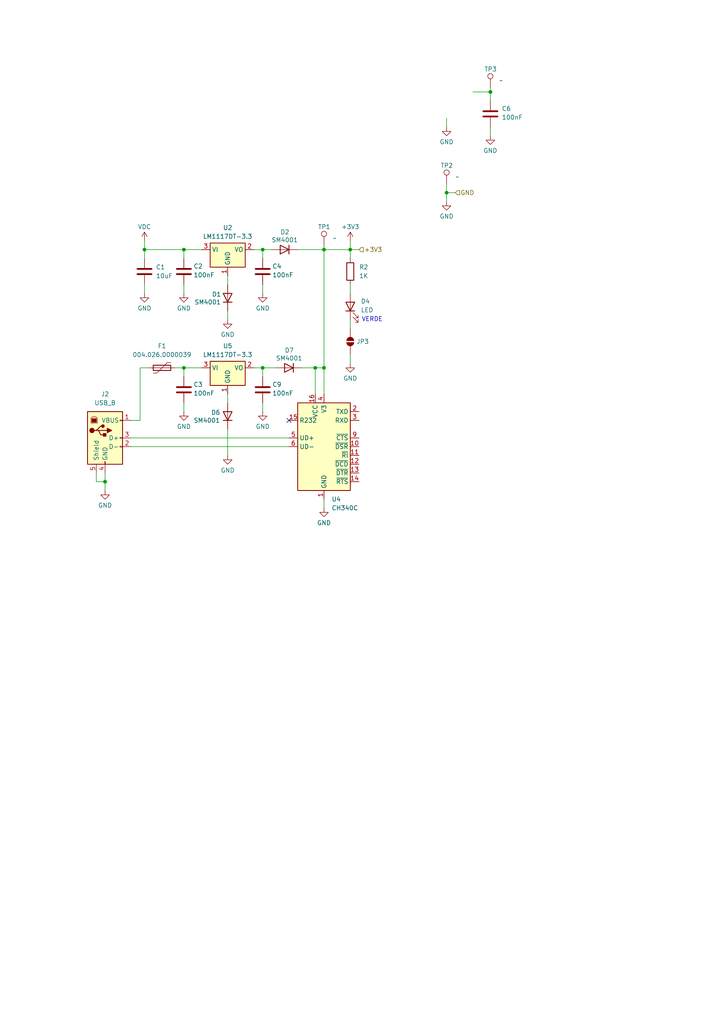
<source format=kicad_sch>
(kicad_sch
	(version 20231120)
	(generator "eeschema")
	(generator_version "8.0")
	(uuid "5c35313f-c327-4cdc-b329-5c5eb898d0d8")
	(paper "A4" portrait)
	(lib_symbols
		(symbol "Connector:TestPoint"
			(pin_numbers hide)
			(pin_names
				(offset 0.762) hide)
			(exclude_from_sim no)
			(in_bom yes)
			(on_board yes)
			(property "Reference" "TP"
				(at 0 6.858 0)
				(effects
					(font
						(size 1.27 1.27)
					)
				)
			)
			(property "Value" "TestPoint"
				(at 0 5.08 0)
				(effects
					(font
						(size 1.27 1.27)
					)
				)
			)
			(property "Footprint" ""
				(at 5.08 0 0)
				(effects
					(font
						(size 1.27 1.27)
					)
					(hide yes)
				)
			)
			(property "Datasheet" "~"
				(at 5.08 0 0)
				(effects
					(font
						(size 1.27 1.27)
					)
					(hide yes)
				)
			)
			(property "Description" "test point"
				(at 0 0 0)
				(effects
					(font
						(size 1.27 1.27)
					)
					(hide yes)
				)
			)
			(property "ki_keywords" "test point tp"
				(at 0 0 0)
				(effects
					(font
						(size 1.27 1.27)
					)
					(hide yes)
				)
			)
			(property "ki_fp_filters" "Pin* Test*"
				(at 0 0 0)
				(effects
					(font
						(size 1.27 1.27)
					)
					(hide yes)
				)
			)
			(symbol "TestPoint_0_1"
				(circle
					(center 0 3.302)
					(radius 0.762)
					(stroke
						(width 0)
						(type default)
					)
					(fill
						(type none)
					)
				)
			)
			(symbol "TestPoint_1_1"
				(pin passive line
					(at 0 0 90)
					(length 2.54)
					(name "1"
						(effects
							(font
								(size 1.27 1.27)
							)
						)
					)
					(number "1"
						(effects
							(font
								(size 1.27 1.27)
							)
						)
					)
				)
			)
		)
		(symbol "Connector:USB_B"
			(pin_names
				(offset 1.016)
			)
			(exclude_from_sim no)
			(in_bom yes)
			(on_board yes)
			(property "Reference" "J"
				(at -5.08 11.43 0)
				(effects
					(font
						(size 1.27 1.27)
					)
					(justify left)
				)
			)
			(property "Value" "USB_B"
				(at -5.08 8.89 0)
				(effects
					(font
						(size 1.27 1.27)
					)
					(justify left)
				)
			)
			(property "Footprint" ""
				(at 3.81 -1.27 0)
				(effects
					(font
						(size 1.27 1.27)
					)
					(hide yes)
				)
			)
			(property "Datasheet" "~"
				(at 3.81 -1.27 0)
				(effects
					(font
						(size 1.27 1.27)
					)
					(hide yes)
				)
			)
			(property "Description" "USB Type B connector"
				(at 0 0 0)
				(effects
					(font
						(size 1.27 1.27)
					)
					(hide yes)
				)
			)
			(property "ki_keywords" "connector USB"
				(at 0 0 0)
				(effects
					(font
						(size 1.27 1.27)
					)
					(hide yes)
				)
			)
			(property "ki_fp_filters" "USB*"
				(at 0 0 0)
				(effects
					(font
						(size 1.27 1.27)
					)
					(hide yes)
				)
			)
			(symbol "USB_B_0_1"
				(rectangle
					(start -5.08 -7.62)
					(end 5.08 7.62)
					(stroke
						(width 0.254)
						(type default)
					)
					(fill
						(type background)
					)
				)
				(circle
					(center -3.81 2.159)
					(radius 0.635)
					(stroke
						(width 0.254)
						(type default)
					)
					(fill
						(type outline)
					)
				)
				(rectangle
					(start -3.81 5.588)
					(end -2.54 4.572)
					(stroke
						(width 0)
						(type default)
					)
					(fill
						(type outline)
					)
				)
				(circle
					(center -0.635 3.429)
					(radius 0.381)
					(stroke
						(width 0.254)
						(type default)
					)
					(fill
						(type outline)
					)
				)
				(rectangle
					(start -0.127 -7.62)
					(end 0.127 -6.858)
					(stroke
						(width 0)
						(type default)
					)
					(fill
						(type none)
					)
				)
				(polyline
					(pts
						(xy -1.905 2.159) (xy 0.635 2.159)
					)
					(stroke
						(width 0.254)
						(type default)
					)
					(fill
						(type none)
					)
				)
				(polyline
					(pts
						(xy -3.175 2.159) (xy -2.54 2.159) (xy -1.27 3.429) (xy -0.635 3.429)
					)
					(stroke
						(width 0.254)
						(type default)
					)
					(fill
						(type none)
					)
				)
				(polyline
					(pts
						(xy -2.54 2.159) (xy -1.905 2.159) (xy -1.27 0.889) (xy 0 0.889)
					)
					(stroke
						(width 0.254)
						(type default)
					)
					(fill
						(type none)
					)
				)
				(polyline
					(pts
						(xy 0.635 2.794) (xy 0.635 1.524) (xy 1.905 2.159) (xy 0.635 2.794)
					)
					(stroke
						(width 0.254)
						(type default)
					)
					(fill
						(type outline)
					)
				)
				(polyline
					(pts
						(xy -4.064 4.318) (xy -2.286 4.318) (xy -2.286 5.715) (xy -2.667 6.096) (xy -3.683 6.096) (xy -4.064 5.715)
						(xy -4.064 4.318)
					)
					(stroke
						(width 0)
						(type default)
					)
					(fill
						(type none)
					)
				)
				(rectangle
					(start 0.254 1.27)
					(end -0.508 0.508)
					(stroke
						(width 0.254)
						(type default)
					)
					(fill
						(type outline)
					)
				)
				(rectangle
					(start 5.08 -2.667)
					(end 4.318 -2.413)
					(stroke
						(width 0)
						(type default)
					)
					(fill
						(type none)
					)
				)
				(rectangle
					(start 5.08 -0.127)
					(end 4.318 0.127)
					(stroke
						(width 0)
						(type default)
					)
					(fill
						(type none)
					)
				)
				(rectangle
					(start 5.08 4.953)
					(end 4.318 5.207)
					(stroke
						(width 0)
						(type default)
					)
					(fill
						(type none)
					)
				)
			)
			(symbol "USB_B_1_1"
				(pin power_out line
					(at 7.62 5.08 180)
					(length 2.54)
					(name "VBUS"
						(effects
							(font
								(size 1.27 1.27)
							)
						)
					)
					(number "1"
						(effects
							(font
								(size 1.27 1.27)
							)
						)
					)
				)
				(pin bidirectional line
					(at 7.62 -2.54 180)
					(length 2.54)
					(name "D-"
						(effects
							(font
								(size 1.27 1.27)
							)
						)
					)
					(number "2"
						(effects
							(font
								(size 1.27 1.27)
							)
						)
					)
				)
				(pin bidirectional line
					(at 7.62 0 180)
					(length 2.54)
					(name "D+"
						(effects
							(font
								(size 1.27 1.27)
							)
						)
					)
					(number "3"
						(effects
							(font
								(size 1.27 1.27)
							)
						)
					)
				)
				(pin power_out line
					(at 0 -10.16 90)
					(length 2.54)
					(name "GND"
						(effects
							(font
								(size 1.27 1.27)
							)
						)
					)
					(number "4"
						(effects
							(font
								(size 1.27 1.27)
							)
						)
					)
				)
				(pin passive line
					(at -2.54 -10.16 90)
					(length 2.54)
					(name "Shield"
						(effects
							(font
								(size 1.27 1.27)
							)
						)
					)
					(number "5"
						(effects
							(font
								(size 1.27 1.27)
							)
						)
					)
				)
			)
		)
		(symbol "Device:C"
			(pin_numbers hide)
			(pin_names
				(offset 0.254)
			)
			(exclude_from_sim no)
			(in_bom yes)
			(on_board yes)
			(property "Reference" "C"
				(at 0.635 2.54 0)
				(effects
					(font
						(size 1.27 1.27)
					)
					(justify left)
				)
			)
			(property "Value" "C"
				(at 0.635 -2.54 0)
				(effects
					(font
						(size 1.27 1.27)
					)
					(justify left)
				)
			)
			(property "Footprint" ""
				(at 0.9652 -3.81 0)
				(effects
					(font
						(size 1.27 1.27)
					)
					(hide yes)
				)
			)
			(property "Datasheet" "~"
				(at 0 0 0)
				(effects
					(font
						(size 1.27 1.27)
					)
					(hide yes)
				)
			)
			(property "Description" "Unpolarized capacitor"
				(at 0 0 0)
				(effects
					(font
						(size 1.27 1.27)
					)
					(hide yes)
				)
			)
			(property "ki_keywords" "cap capacitor"
				(at 0 0 0)
				(effects
					(font
						(size 1.27 1.27)
					)
					(hide yes)
				)
			)
			(property "ki_fp_filters" "C_*"
				(at 0 0 0)
				(effects
					(font
						(size 1.27 1.27)
					)
					(hide yes)
				)
			)
			(symbol "C_0_1"
				(polyline
					(pts
						(xy -2.032 -0.762) (xy 2.032 -0.762)
					)
					(stroke
						(width 0.508)
						(type default)
					)
					(fill
						(type none)
					)
				)
				(polyline
					(pts
						(xy -2.032 0.762) (xy 2.032 0.762)
					)
					(stroke
						(width 0.508)
						(type default)
					)
					(fill
						(type none)
					)
				)
			)
			(symbol "C_1_1"
				(pin passive line
					(at 0 3.81 270)
					(length 2.794)
					(name "~"
						(effects
							(font
								(size 1.27 1.27)
							)
						)
					)
					(number "1"
						(effects
							(font
								(size 1.27 1.27)
							)
						)
					)
				)
				(pin passive line
					(at 0 -3.81 90)
					(length 2.794)
					(name "~"
						(effects
							(font
								(size 1.27 1.27)
							)
						)
					)
					(number "2"
						(effects
							(font
								(size 1.27 1.27)
							)
						)
					)
				)
			)
		)
		(symbol "Device:LED"
			(pin_numbers hide)
			(pin_names
				(offset 1.016) hide)
			(exclude_from_sim no)
			(in_bom yes)
			(on_board yes)
			(property "Reference" "D"
				(at 0 2.54 0)
				(effects
					(font
						(size 1.27 1.27)
					)
				)
			)
			(property "Value" "LED"
				(at 0 -2.54 0)
				(effects
					(font
						(size 1.27 1.27)
					)
				)
			)
			(property "Footprint" ""
				(at 0 0 0)
				(effects
					(font
						(size 1.27 1.27)
					)
					(hide yes)
				)
			)
			(property "Datasheet" "~"
				(at 0 0 0)
				(effects
					(font
						(size 1.27 1.27)
					)
					(hide yes)
				)
			)
			(property "Description" "Light emitting diode"
				(at 0 0 0)
				(effects
					(font
						(size 1.27 1.27)
					)
					(hide yes)
				)
			)
			(property "ki_keywords" "LED diode"
				(at 0 0 0)
				(effects
					(font
						(size 1.27 1.27)
					)
					(hide yes)
				)
			)
			(property "ki_fp_filters" "LED* LED_SMD:* LED_THT:*"
				(at 0 0 0)
				(effects
					(font
						(size 1.27 1.27)
					)
					(hide yes)
				)
			)
			(symbol "LED_0_1"
				(polyline
					(pts
						(xy -1.27 -1.27) (xy -1.27 1.27)
					)
					(stroke
						(width 0.254)
						(type default)
					)
					(fill
						(type none)
					)
				)
				(polyline
					(pts
						(xy -1.27 0) (xy 1.27 0)
					)
					(stroke
						(width 0)
						(type default)
					)
					(fill
						(type none)
					)
				)
				(polyline
					(pts
						(xy 1.27 -1.27) (xy 1.27 1.27) (xy -1.27 0) (xy 1.27 -1.27)
					)
					(stroke
						(width 0.254)
						(type default)
					)
					(fill
						(type none)
					)
				)
				(polyline
					(pts
						(xy -3.048 -0.762) (xy -4.572 -2.286) (xy -3.81 -2.286) (xy -4.572 -2.286) (xy -4.572 -1.524)
					)
					(stroke
						(width 0)
						(type default)
					)
					(fill
						(type none)
					)
				)
				(polyline
					(pts
						(xy -1.778 -0.762) (xy -3.302 -2.286) (xy -2.54 -2.286) (xy -3.302 -2.286) (xy -3.302 -1.524)
					)
					(stroke
						(width 0)
						(type default)
					)
					(fill
						(type none)
					)
				)
			)
			(symbol "LED_1_1"
				(pin passive line
					(at -3.81 0 0)
					(length 2.54)
					(name "K"
						(effects
							(font
								(size 1.27 1.27)
							)
						)
					)
					(number "1"
						(effects
							(font
								(size 1.27 1.27)
							)
						)
					)
				)
				(pin passive line
					(at 3.81 0 180)
					(length 2.54)
					(name "A"
						(effects
							(font
								(size 1.27 1.27)
							)
						)
					)
					(number "2"
						(effects
							(font
								(size 1.27 1.27)
							)
						)
					)
				)
			)
		)
		(symbol "Device:Polyfuse"
			(pin_numbers hide)
			(pin_names
				(offset 0)
			)
			(exclude_from_sim no)
			(in_bom yes)
			(on_board yes)
			(property "Reference" "F"
				(at -2.54 0 90)
				(effects
					(font
						(size 1.27 1.27)
					)
				)
			)
			(property "Value" "Polyfuse"
				(at 2.54 0 90)
				(effects
					(font
						(size 1.27 1.27)
					)
				)
			)
			(property "Footprint" ""
				(at 1.27 -5.08 0)
				(effects
					(font
						(size 1.27 1.27)
					)
					(justify left)
					(hide yes)
				)
			)
			(property "Datasheet" "~"
				(at 0 0 0)
				(effects
					(font
						(size 1.27 1.27)
					)
					(hide yes)
				)
			)
			(property "Description" "Resettable fuse, polymeric positive temperature coefficient"
				(at 0 0 0)
				(effects
					(font
						(size 1.27 1.27)
					)
					(hide yes)
				)
			)
			(property "ki_keywords" "resettable fuse PTC PPTC polyfuse polyswitch"
				(at 0 0 0)
				(effects
					(font
						(size 1.27 1.27)
					)
					(hide yes)
				)
			)
			(property "ki_fp_filters" "*polyfuse* *PTC*"
				(at 0 0 0)
				(effects
					(font
						(size 1.27 1.27)
					)
					(hide yes)
				)
			)
			(symbol "Polyfuse_0_1"
				(rectangle
					(start -0.762 2.54)
					(end 0.762 -2.54)
					(stroke
						(width 0.254)
						(type default)
					)
					(fill
						(type none)
					)
				)
				(polyline
					(pts
						(xy 0 2.54) (xy 0 -2.54)
					)
					(stroke
						(width 0)
						(type default)
					)
					(fill
						(type none)
					)
				)
				(polyline
					(pts
						(xy -1.524 2.54) (xy -1.524 1.524) (xy 1.524 -1.524) (xy 1.524 -2.54)
					)
					(stroke
						(width 0)
						(type default)
					)
					(fill
						(type none)
					)
				)
			)
			(symbol "Polyfuse_1_1"
				(pin passive line
					(at 0 3.81 270)
					(length 1.27)
					(name "~"
						(effects
							(font
								(size 1.27 1.27)
							)
						)
					)
					(number "1"
						(effects
							(font
								(size 1.27 1.27)
							)
						)
					)
				)
				(pin passive line
					(at 0 -3.81 90)
					(length 1.27)
					(name "~"
						(effects
							(font
								(size 1.27 1.27)
							)
						)
					)
					(number "2"
						(effects
							(font
								(size 1.27 1.27)
							)
						)
					)
				)
			)
		)
		(symbol "Device:R"
			(pin_numbers hide)
			(pin_names
				(offset 0)
			)
			(exclude_from_sim no)
			(in_bom yes)
			(on_board yes)
			(property "Reference" "R"
				(at 2.032 0 90)
				(effects
					(font
						(size 1.27 1.27)
					)
				)
			)
			(property "Value" "R"
				(at 0 0 90)
				(effects
					(font
						(size 1.27 1.27)
					)
				)
			)
			(property "Footprint" ""
				(at -1.778 0 90)
				(effects
					(font
						(size 1.27 1.27)
					)
					(hide yes)
				)
			)
			(property "Datasheet" "~"
				(at 0 0 0)
				(effects
					(font
						(size 1.27 1.27)
					)
					(hide yes)
				)
			)
			(property "Description" "Resistor"
				(at 0 0 0)
				(effects
					(font
						(size 1.27 1.27)
					)
					(hide yes)
				)
			)
			(property "ki_keywords" "R res resistor"
				(at 0 0 0)
				(effects
					(font
						(size 1.27 1.27)
					)
					(hide yes)
				)
			)
			(property "ki_fp_filters" "R_*"
				(at 0 0 0)
				(effects
					(font
						(size 1.27 1.27)
					)
					(hide yes)
				)
			)
			(symbol "R_0_1"
				(rectangle
					(start -1.016 -2.54)
					(end 1.016 2.54)
					(stroke
						(width 0.254)
						(type default)
					)
					(fill
						(type none)
					)
				)
			)
			(symbol "R_1_1"
				(pin passive line
					(at 0 3.81 270)
					(length 1.27)
					(name "~"
						(effects
							(font
								(size 1.27 1.27)
							)
						)
					)
					(number "1"
						(effects
							(font
								(size 1.27 1.27)
							)
						)
					)
				)
				(pin passive line
					(at 0 -3.81 90)
					(length 1.27)
					(name "~"
						(effects
							(font
								(size 1.27 1.27)
							)
						)
					)
					(number "2"
						(effects
							(font
								(size 1.27 1.27)
							)
						)
					)
				)
			)
		)
		(symbol "Diode:SM4001"
			(pin_numbers hide)
			(pin_names hide)
			(exclude_from_sim no)
			(in_bom yes)
			(on_board yes)
			(property "Reference" "D"
				(at 0 2.54 0)
				(effects
					(font
						(size 1.27 1.27)
					)
				)
			)
			(property "Value" "SM4001"
				(at 0 -2.54 0)
				(effects
					(font
						(size 1.27 1.27)
					)
				)
			)
			(property "Footprint" "Diode_SMD:D_MELF"
				(at 0 -4.445 0)
				(effects
					(font
						(size 1.27 1.27)
					)
					(hide yes)
				)
			)
			(property "Datasheet" "http://cdn-reichelt.de/documents/datenblatt/A400/SMD1N400%23DIO.pdf"
				(at 0 0 0)
				(effects
					(font
						(size 1.27 1.27)
					)
					(hide yes)
				)
			)
			(property "Description" "50V 1A General Purpose Rectifier Diode, MELF"
				(at 0 0 0)
				(effects
					(font
						(size 1.27 1.27)
					)
					(hide yes)
				)
			)
			(property "Sim.Device" "D"
				(at 0 0 0)
				(effects
					(font
						(size 1.27 1.27)
					)
					(hide yes)
				)
			)
			(property "Sim.Pins" "1=K 2=A"
				(at 0 0 0)
				(effects
					(font
						(size 1.27 1.27)
					)
					(hide yes)
				)
			)
			(property "ki_keywords" "diode"
				(at 0 0 0)
				(effects
					(font
						(size 1.27 1.27)
					)
					(hide yes)
				)
			)
			(property "ki_fp_filters" "D*MELF*"
				(at 0 0 0)
				(effects
					(font
						(size 1.27 1.27)
					)
					(hide yes)
				)
			)
			(symbol "SM4001_0_1"
				(polyline
					(pts
						(xy -1.27 1.27) (xy -1.27 -1.27)
					)
					(stroke
						(width 0.254)
						(type default)
					)
					(fill
						(type none)
					)
				)
				(polyline
					(pts
						(xy 1.27 0) (xy -1.27 0)
					)
					(stroke
						(width 0)
						(type default)
					)
					(fill
						(type none)
					)
				)
				(polyline
					(pts
						(xy 1.27 1.27) (xy 1.27 -1.27) (xy -1.27 0) (xy 1.27 1.27)
					)
					(stroke
						(width 0.254)
						(type default)
					)
					(fill
						(type none)
					)
				)
			)
			(symbol "SM4001_1_1"
				(pin passive line
					(at -3.81 0 0)
					(length 2.54)
					(name "K"
						(effects
							(font
								(size 1.27 1.27)
							)
						)
					)
					(number "1"
						(effects
							(font
								(size 1.27 1.27)
							)
						)
					)
				)
				(pin passive line
					(at 3.81 0 180)
					(length 2.54)
					(name "A"
						(effects
							(font
								(size 1.27 1.27)
							)
						)
					)
					(number "2"
						(effects
							(font
								(size 1.27 1.27)
							)
						)
					)
				)
			)
		)
		(symbol "Interface_USB:CH340C"
			(exclude_from_sim no)
			(in_bom yes)
			(on_board yes)
			(property "Reference" "U"
				(at -5.08 13.97 0)
				(effects
					(font
						(size 1.27 1.27)
					)
					(justify right)
				)
			)
			(property "Value" "CH340C"
				(at 1.27 13.97 0)
				(effects
					(font
						(size 1.27 1.27)
					)
					(justify left)
				)
			)
			(property "Footprint" "Package_SO:SOIC-16_3.9x9.9mm_P1.27mm"
				(at -18.542 30.226 0)
				(effects
					(font
						(size 1.27 1.27)
					)
					(justify left)
					(hide yes)
				)
			)
			(property "Datasheet" "https://datasheet.lcsc.com/szlcsc/Jiangsu-Qin-Heng-CH340C_C84681.pdf"
				(at -6.604 33.274 0)
				(effects
					(font
						(size 1.27 1.27)
					)
					(hide yes)
				)
			)
			(property "Description" "USB serial converter, crystal-less, UART, SOIC-16"
				(at -1.524 36.068 0)
				(effects
					(font
						(size 1.27 1.27)
					)
					(hide yes)
				)
			)
			(property "ki_keywords" "USB UART Serial Converter Interface"
				(at 0 0 0)
				(effects
					(font
						(size 1.27 1.27)
					)
					(hide yes)
				)
			)
			(property "ki_fp_filters" "SOIC*3.9x9.9mm*P1.27mm*"
				(at 0 0 0)
				(effects
					(font
						(size 1.27 1.27)
					)
					(hide yes)
				)
			)
			(symbol "CH340C_0_1"
				(rectangle
					(start -7.62 12.7)
					(end 7.62 -12.7)
					(stroke
						(width 0.254)
						(type default)
					)
					(fill
						(type background)
					)
				)
			)
			(symbol "CH340C_1_1"
				(pin power_in line
					(at 0 -15.24 90)
					(length 2.54)
					(name "GND"
						(effects
							(font
								(size 1.27 1.27)
							)
						)
					)
					(number "1"
						(effects
							(font
								(size 1.27 1.27)
							)
						)
					)
				)
				(pin input line
					(at 10.16 0 180)
					(length 2.54)
					(name "~{DSR}"
						(effects
							(font
								(size 1.27 1.27)
							)
						)
					)
					(number "10"
						(effects
							(font
								(size 1.27 1.27)
							)
						)
					)
				)
				(pin input line
					(at 10.16 -2.54 180)
					(length 2.54)
					(name "~{RI}"
						(effects
							(font
								(size 1.27 1.27)
							)
						)
					)
					(number "11"
						(effects
							(font
								(size 1.27 1.27)
							)
						)
					)
				)
				(pin input line
					(at 10.16 -5.08 180)
					(length 2.54)
					(name "~{DCD}"
						(effects
							(font
								(size 1.27 1.27)
							)
						)
					)
					(number "12"
						(effects
							(font
								(size 1.27 1.27)
							)
						)
					)
				)
				(pin output line
					(at 10.16 -7.62 180)
					(length 2.54)
					(name "~{DTR}"
						(effects
							(font
								(size 1.27 1.27)
							)
						)
					)
					(number "13"
						(effects
							(font
								(size 1.27 1.27)
							)
						)
					)
				)
				(pin output line
					(at 10.16 -10.16 180)
					(length 2.54)
					(name "~{RTS}"
						(effects
							(font
								(size 1.27 1.27)
							)
						)
					)
					(number "14"
						(effects
							(font
								(size 1.27 1.27)
							)
						)
					)
				)
				(pin input line
					(at -10.16 7.62 0)
					(length 2.54)
					(name "R232"
						(effects
							(font
								(size 1.27 1.27)
							)
						)
					)
					(number "15"
						(effects
							(font
								(size 1.27 1.27)
							)
						)
					)
				)
				(pin power_in line
					(at -2.54 15.24 270)
					(length 2.54)
					(name "VCC"
						(effects
							(font
								(size 1.27 1.27)
							)
						)
					)
					(number "16"
						(effects
							(font
								(size 1.27 1.27)
							)
						)
					)
				)
				(pin output line
					(at 10.16 10.16 180)
					(length 2.54)
					(name "TXD"
						(effects
							(font
								(size 1.27 1.27)
							)
						)
					)
					(number "2"
						(effects
							(font
								(size 1.27 1.27)
							)
						)
					)
				)
				(pin input line
					(at 10.16 7.62 180)
					(length 2.54)
					(name "RXD"
						(effects
							(font
								(size 1.27 1.27)
							)
						)
					)
					(number "3"
						(effects
							(font
								(size 1.27 1.27)
							)
						)
					)
				)
				(pin power_out line
					(at 0 15.24 270)
					(length 2.54)
					(name "V3"
						(effects
							(font
								(size 1.27 1.27)
							)
						)
					)
					(number "4"
						(effects
							(font
								(size 1.27 1.27)
							)
						)
					)
				)
				(pin bidirectional line
					(at -10.16 2.54 0)
					(length 2.54)
					(name "UD+"
						(effects
							(font
								(size 1.27 1.27)
							)
						)
					)
					(number "5"
						(effects
							(font
								(size 1.27 1.27)
							)
						)
					)
				)
				(pin bidirectional line
					(at -10.16 0 0)
					(length 2.54)
					(name "UD-"
						(effects
							(font
								(size 1.27 1.27)
							)
						)
					)
					(number "6"
						(effects
							(font
								(size 1.27 1.27)
							)
						)
					)
				)
				(pin no_connect line
					(at -7.62 -5.08 0)
					(length 2.54) hide
					(name "NC"
						(effects
							(font
								(size 1.27 1.27)
							)
						)
					)
					(number "7"
						(effects
							(font
								(size 1.27 1.27)
							)
						)
					)
				)
				(pin no_connect line
					(at -7.62 -7.62 0)
					(length 2.54) hide
					(name "NC"
						(effects
							(font
								(size 1.27 1.27)
							)
						)
					)
					(number "8"
						(effects
							(font
								(size 1.27 1.27)
							)
						)
					)
				)
				(pin input line
					(at 10.16 2.54 180)
					(length 2.54)
					(name "~{CTS}"
						(effects
							(font
								(size 1.27 1.27)
							)
						)
					)
					(number "9"
						(effects
							(font
								(size 1.27 1.27)
							)
						)
					)
				)
			)
		)
		(symbol "Jumper:SolderJumper_2_Open"
			(pin_numbers hide)
			(pin_names
				(offset 0) hide)
			(exclude_from_sim yes)
			(in_bom no)
			(on_board yes)
			(property "Reference" "JP"
				(at 0 2.032 0)
				(effects
					(font
						(size 1.27 1.27)
					)
				)
			)
			(property "Value" "SolderJumper_2_Open"
				(at 0 -2.54 0)
				(effects
					(font
						(size 1.27 1.27)
					)
				)
			)
			(property "Footprint" ""
				(at 0 0 0)
				(effects
					(font
						(size 1.27 1.27)
					)
					(hide yes)
				)
			)
			(property "Datasheet" "~"
				(at 0 0 0)
				(effects
					(font
						(size 1.27 1.27)
					)
					(hide yes)
				)
			)
			(property "Description" "Solder Jumper, 2-pole, open"
				(at 0 0 0)
				(effects
					(font
						(size 1.27 1.27)
					)
					(hide yes)
				)
			)
			(property "ki_keywords" "solder jumper SPST"
				(at 0 0 0)
				(effects
					(font
						(size 1.27 1.27)
					)
					(hide yes)
				)
			)
			(property "ki_fp_filters" "SolderJumper*Open*"
				(at 0 0 0)
				(effects
					(font
						(size 1.27 1.27)
					)
					(hide yes)
				)
			)
			(symbol "SolderJumper_2_Open_0_1"
				(arc
					(start -0.254 1.016)
					(mid -1.2656 0)
					(end -0.254 -1.016)
					(stroke
						(width 0)
						(type default)
					)
					(fill
						(type none)
					)
				)
				(arc
					(start -0.254 1.016)
					(mid -1.2656 0)
					(end -0.254 -1.016)
					(stroke
						(width 0)
						(type default)
					)
					(fill
						(type outline)
					)
				)
				(polyline
					(pts
						(xy -0.254 1.016) (xy -0.254 -1.016)
					)
					(stroke
						(width 0)
						(type default)
					)
					(fill
						(type none)
					)
				)
				(polyline
					(pts
						(xy 0.254 1.016) (xy 0.254 -1.016)
					)
					(stroke
						(width 0)
						(type default)
					)
					(fill
						(type none)
					)
				)
				(arc
					(start 0.254 -1.016)
					(mid 1.2656 0)
					(end 0.254 1.016)
					(stroke
						(width 0)
						(type default)
					)
					(fill
						(type none)
					)
				)
				(arc
					(start 0.254 -1.016)
					(mid 1.2656 0)
					(end 0.254 1.016)
					(stroke
						(width 0)
						(type default)
					)
					(fill
						(type outline)
					)
				)
			)
			(symbol "SolderJumper_2_Open_1_1"
				(pin passive line
					(at -3.81 0 0)
					(length 2.54)
					(name "A"
						(effects
							(font
								(size 1.27 1.27)
							)
						)
					)
					(number "1"
						(effects
							(font
								(size 1.27 1.27)
							)
						)
					)
				)
				(pin passive line
					(at 3.81 0 180)
					(length 2.54)
					(name "B"
						(effects
							(font
								(size 1.27 1.27)
							)
						)
					)
					(number "2"
						(effects
							(font
								(size 1.27 1.27)
							)
						)
					)
				)
			)
		)
		(symbol "Regulator_Linear:LM1117DT-3.3"
			(exclude_from_sim no)
			(in_bom yes)
			(on_board yes)
			(property "Reference" "U"
				(at -3.81 3.175 0)
				(effects
					(font
						(size 1.27 1.27)
					)
				)
			)
			(property "Value" "LM1117DT-3.3"
				(at 0 3.175 0)
				(effects
					(font
						(size 1.27 1.27)
					)
					(justify left)
				)
			)
			(property "Footprint" "Package_TO_SOT_SMD:TO-252-3_TabPin2"
				(at 0 0 0)
				(effects
					(font
						(size 1.27 1.27)
					)
					(hide yes)
				)
			)
			(property "Datasheet" "http://www.ti.com/lit/ds/symlink/lm1117.pdf"
				(at 0 0 0)
				(effects
					(font
						(size 1.27 1.27)
					)
					(hide yes)
				)
			)
			(property "Description" "800mA Low-Dropout Linear Regulator, 3.3V fixed output, TO-252"
				(at 0 0 0)
				(effects
					(font
						(size 1.27 1.27)
					)
					(hide yes)
				)
			)
			(property "ki_keywords" "linear regulator ldo fixed positive"
				(at 0 0 0)
				(effects
					(font
						(size 1.27 1.27)
					)
					(hide yes)
				)
			)
			(property "ki_fp_filters" "TO?252*"
				(at 0 0 0)
				(effects
					(font
						(size 1.27 1.27)
					)
					(hide yes)
				)
			)
			(symbol "LM1117DT-3.3_0_1"
				(rectangle
					(start -5.08 -5.08)
					(end 5.08 1.905)
					(stroke
						(width 0.254)
						(type default)
					)
					(fill
						(type background)
					)
				)
			)
			(symbol "LM1117DT-3.3_1_1"
				(pin power_in line
					(at 0 -7.62 90)
					(length 2.54)
					(name "GND"
						(effects
							(font
								(size 1.27 1.27)
							)
						)
					)
					(number "1"
						(effects
							(font
								(size 1.27 1.27)
							)
						)
					)
				)
				(pin power_out line
					(at 7.62 0 180)
					(length 2.54)
					(name "VO"
						(effects
							(font
								(size 1.27 1.27)
							)
						)
					)
					(number "2"
						(effects
							(font
								(size 1.27 1.27)
							)
						)
					)
				)
				(pin power_in line
					(at -7.62 0 0)
					(length 2.54)
					(name "VI"
						(effects
							(font
								(size 1.27 1.27)
							)
						)
					)
					(number "3"
						(effects
							(font
								(size 1.27 1.27)
							)
						)
					)
				)
			)
		)
		(symbol "power:+3V3"
			(power)
			(pin_numbers hide)
			(pin_names
				(offset 0) hide)
			(exclude_from_sim no)
			(in_bom yes)
			(on_board yes)
			(property "Reference" "#PWR"
				(at 0 -3.81 0)
				(effects
					(font
						(size 1.27 1.27)
					)
					(hide yes)
				)
			)
			(property "Value" "+3V3"
				(at 0 3.556 0)
				(effects
					(font
						(size 1.27 1.27)
					)
				)
			)
			(property "Footprint" ""
				(at 0 0 0)
				(effects
					(font
						(size 1.27 1.27)
					)
					(hide yes)
				)
			)
			(property "Datasheet" ""
				(at 0 0 0)
				(effects
					(font
						(size 1.27 1.27)
					)
					(hide yes)
				)
			)
			(property "Description" "Power symbol creates a global label with name \"+3V3\""
				(at 0 0 0)
				(effects
					(font
						(size 1.27 1.27)
					)
					(hide yes)
				)
			)
			(property "ki_keywords" "global power"
				(at 0 0 0)
				(effects
					(font
						(size 1.27 1.27)
					)
					(hide yes)
				)
			)
			(symbol "+3V3_0_1"
				(polyline
					(pts
						(xy -0.762 1.27) (xy 0 2.54)
					)
					(stroke
						(width 0)
						(type default)
					)
					(fill
						(type none)
					)
				)
				(polyline
					(pts
						(xy 0 0) (xy 0 2.54)
					)
					(stroke
						(width 0)
						(type default)
					)
					(fill
						(type none)
					)
				)
				(polyline
					(pts
						(xy 0 2.54) (xy 0.762 1.27)
					)
					(stroke
						(width 0)
						(type default)
					)
					(fill
						(type none)
					)
				)
			)
			(symbol "+3V3_1_1"
				(pin power_in line
					(at 0 0 90)
					(length 0)
					(name "~"
						(effects
							(font
								(size 1.27 1.27)
							)
						)
					)
					(number "1"
						(effects
							(font
								(size 1.27 1.27)
							)
						)
					)
				)
			)
		)
		(symbol "power:GND"
			(power)
			(pin_numbers hide)
			(pin_names
				(offset 0) hide)
			(exclude_from_sim no)
			(in_bom yes)
			(on_board yes)
			(property "Reference" "#PWR"
				(at 0 -6.35 0)
				(effects
					(font
						(size 1.27 1.27)
					)
					(hide yes)
				)
			)
			(property "Value" "GND"
				(at 0 -3.81 0)
				(effects
					(font
						(size 1.27 1.27)
					)
				)
			)
			(property "Footprint" ""
				(at 0 0 0)
				(effects
					(font
						(size 1.27 1.27)
					)
					(hide yes)
				)
			)
			(property "Datasheet" ""
				(at 0 0 0)
				(effects
					(font
						(size 1.27 1.27)
					)
					(hide yes)
				)
			)
			(property "Description" "Power symbol creates a global label with name \"GND\" , ground"
				(at 0 0 0)
				(effects
					(font
						(size 1.27 1.27)
					)
					(hide yes)
				)
			)
			(property "ki_keywords" "global power"
				(at 0 0 0)
				(effects
					(font
						(size 1.27 1.27)
					)
					(hide yes)
				)
			)
			(symbol "GND_0_1"
				(polyline
					(pts
						(xy 0 0) (xy 0 -1.27) (xy 1.27 -1.27) (xy 0 -2.54) (xy -1.27 -1.27) (xy 0 -1.27)
					)
					(stroke
						(width 0)
						(type default)
					)
					(fill
						(type none)
					)
				)
			)
			(symbol "GND_1_1"
				(pin power_in line
					(at 0 0 270)
					(length 0)
					(name "~"
						(effects
							(font
								(size 1.27 1.27)
							)
						)
					)
					(number "1"
						(effects
							(font
								(size 1.27 1.27)
							)
						)
					)
				)
			)
		)
		(symbol "power:VDC"
			(power)
			(pin_numbers hide)
			(pin_names
				(offset 0) hide)
			(exclude_from_sim no)
			(in_bom yes)
			(on_board yes)
			(property "Reference" "#PWR"
				(at 0 -3.81 0)
				(effects
					(font
						(size 1.27 1.27)
					)
					(hide yes)
				)
			)
			(property "Value" "VDC"
				(at 0 3.556 0)
				(effects
					(font
						(size 1.27 1.27)
					)
				)
			)
			(property "Footprint" ""
				(at 0 0 0)
				(effects
					(font
						(size 1.27 1.27)
					)
					(hide yes)
				)
			)
			(property "Datasheet" ""
				(at 0 0 0)
				(effects
					(font
						(size 1.27 1.27)
					)
					(hide yes)
				)
			)
			(property "Description" "Power symbol creates a global label with name \"VDC\""
				(at 0 0 0)
				(effects
					(font
						(size 1.27 1.27)
					)
					(hide yes)
				)
			)
			(property "ki_keywords" "global power"
				(at 0 0 0)
				(effects
					(font
						(size 1.27 1.27)
					)
					(hide yes)
				)
			)
			(symbol "VDC_0_1"
				(polyline
					(pts
						(xy -0.762 1.27) (xy 0 2.54)
					)
					(stroke
						(width 0)
						(type default)
					)
					(fill
						(type none)
					)
				)
				(polyline
					(pts
						(xy 0 0) (xy 0 2.54)
					)
					(stroke
						(width 0)
						(type default)
					)
					(fill
						(type none)
					)
				)
				(polyline
					(pts
						(xy 0 2.54) (xy 0.762 1.27)
					)
					(stroke
						(width 0)
						(type default)
					)
					(fill
						(type none)
					)
				)
			)
			(symbol "VDC_1_1"
				(pin power_in line
					(at 0 0 90)
					(length 0)
					(name "~"
						(effects
							(font
								(size 1.27 1.27)
							)
						)
					)
					(number "1"
						(effects
							(font
								(size 1.27 1.27)
							)
						)
					)
				)
			)
		)
	)
	(junction
		(at 76.2 106.68)
		(diameter 0)
		(color 0 0 0 0)
		(uuid "011f4efc-d2a0-426c-9196-ca1d78f812ca")
	)
	(junction
		(at 76.2 72.39)
		(diameter 0)
		(color 0 0 0 0)
		(uuid "3598f8f0-28d6-4aa8-8365-c36a7fd85ad9")
	)
	(junction
		(at 91.44 106.68)
		(diameter 0)
		(color 0 0 0 0)
		(uuid "40839557-916b-4870-ae27-535a35d1109c")
	)
	(junction
		(at 53.34 72.39)
		(diameter 0)
		(color 0 0 0 0)
		(uuid "490cdafb-3e84-44f1-ab29-daa4b07cfbaf")
	)
	(junction
		(at 93.98 106.68)
		(diameter 0)
		(color 0 0 0 0)
		(uuid "4f5605bb-0c38-4d35-94ce-4c2d632f807a")
	)
	(junction
		(at 41.91 72.39)
		(diameter 0)
		(color 0 0 0 0)
		(uuid "6526a476-f1df-42bb-b35d-abf605ed2c7a")
	)
	(junction
		(at 101.6 72.39)
		(diameter 0)
		(color 0 0 0 0)
		(uuid "6a773846-2ca7-4b41-8d61-51c2044dbb01")
	)
	(junction
		(at 142.24 26.67)
		(diameter 0)
		(color 0 0 0 0)
		(uuid "6e60d5c2-39b4-4911-88bc-d8222fe8bb7c")
	)
	(junction
		(at 129.54 55.88)
		(diameter 0)
		(color 0 0 0 0)
		(uuid "75a4eaa3-7eb3-4803-9200-130c4dfe2835")
	)
	(junction
		(at 93.98 72.39)
		(diameter 0)
		(color 0 0 0 0)
		(uuid "b372c583-76b5-4748-8a51-8b3e9ab3a6a6")
	)
	(junction
		(at 53.34 106.68)
		(diameter 0)
		(color 0 0 0 0)
		(uuid "da4c34bd-ad31-4dd0-832a-aad17cf6d0ff")
	)
	(junction
		(at 30.48 139.7)
		(diameter 0)
		(color 0 0 0 0)
		(uuid "e8016837-7caf-474c-b815-f9a825114704")
	)
	(no_connect
		(at 83.82 121.92)
		(uuid "e79bcfb0-061d-4a5b-ad12-a374c6eccdba")
	)
	(wire
		(pts
			(xy 129.54 34.29) (xy 129.54 36.83)
		)
		(stroke
			(width 0)
			(type default)
		)
		(uuid "0cb6e67a-4a4f-45fe-849e-76e09d530c4b")
	)
	(wire
		(pts
			(xy 53.34 106.68) (xy 58.42 106.68)
		)
		(stroke
			(width 0)
			(type default)
		)
		(uuid "12bd7576-c709-4106-96f6-adcfeb4decd4")
	)
	(wire
		(pts
			(xy 87.63 106.68) (xy 91.44 106.68)
		)
		(stroke
			(width 0)
			(type default)
		)
		(uuid "132b3141-76fa-441c-b358-07ed5224639a")
	)
	(wire
		(pts
			(xy 41.91 82.55) (xy 41.91 85.09)
		)
		(stroke
			(width 0)
			(type default)
		)
		(uuid "159c2605-af19-4fae-9f9a-b3cf36181b90")
	)
	(wire
		(pts
			(xy 73.66 72.39) (xy 76.2 72.39)
		)
		(stroke
			(width 0)
			(type default)
		)
		(uuid "15b3fe3f-e9b8-4a32-99ba-348615ebdf7b")
	)
	(wire
		(pts
			(xy 38.1 129.54) (xy 83.82 129.54)
		)
		(stroke
			(width 0)
			(type default)
		)
		(uuid "161e4438-3650-4258-a01a-29ab799882dc")
	)
	(wire
		(pts
			(xy 101.6 92.71) (xy 101.6 95.25)
		)
		(stroke
			(width 0)
			(type default)
		)
		(uuid "196f12df-cb46-4ddd-820b-8191a2454e53")
	)
	(wire
		(pts
			(xy 93.98 144.78) (xy 93.98 147.32)
		)
		(stroke
			(width 0)
			(type default)
		)
		(uuid "19a82451-c8ac-42e4-a6c9-c56fe5ffc0d9")
	)
	(wire
		(pts
			(xy 101.6 72.39) (xy 93.98 72.39)
		)
		(stroke
			(width 0)
			(type default)
		)
		(uuid "1bb5f990-8f3f-4d15-b700-2f42cca7c7fc")
	)
	(wire
		(pts
			(xy 137.16 26.67) (xy 142.24 26.67)
		)
		(stroke
			(width 0)
			(type default)
		)
		(uuid "1c0ca97c-8e13-4384-9a72-d679dcaf2e7d")
	)
	(wire
		(pts
			(xy 93.98 106.68) (xy 93.98 114.3)
		)
		(stroke
			(width 0)
			(type default)
		)
		(uuid "21b119ea-9270-4e39-b4fb-381b28f40ade")
	)
	(wire
		(pts
			(xy 53.34 74.93) (xy 53.34 72.39)
		)
		(stroke
			(width 0)
			(type default)
		)
		(uuid "2428221e-976b-4c41-9181-c8a87197463d")
	)
	(wire
		(pts
			(xy 93.98 71.12) (xy 93.98 72.39)
		)
		(stroke
			(width 0)
			(type default)
		)
		(uuid "2ba07b10-618c-4297-a619-24b31a641be0")
	)
	(wire
		(pts
			(xy 101.6 72.39) (xy 101.6 74.93)
		)
		(stroke
			(width 0)
			(type default)
		)
		(uuid "35ebd747-b089-4038-adcc-6a0e070b64c1")
	)
	(wire
		(pts
			(xy 30.48 139.7) (xy 30.48 142.24)
		)
		(stroke
			(width 0)
			(type default)
		)
		(uuid "3870159e-b136-4b21-9669-18a7636af7d0")
	)
	(wire
		(pts
			(xy 76.2 109.22) (xy 76.2 106.68)
		)
		(stroke
			(width 0)
			(type default)
		)
		(uuid "43295ce9-16ad-42b1-acd6-bffa22df6751")
	)
	(wire
		(pts
			(xy 76.2 72.39) (xy 78.74 72.39)
		)
		(stroke
			(width 0)
			(type default)
		)
		(uuid "43643b18-2450-42e0-aff2-36b32853a80f")
	)
	(wire
		(pts
			(xy 129.54 55.88) (xy 132.08 55.88)
		)
		(stroke
			(width 0)
			(type default)
		)
		(uuid "47177ac3-bf3c-4126-8057-88e7497fe9c3")
	)
	(wire
		(pts
			(xy 66.04 114.3) (xy 66.04 116.84)
		)
		(stroke
			(width 0)
			(type default)
		)
		(uuid "49243a10-8d9a-40da-a1cc-d783c546392c")
	)
	(wire
		(pts
			(xy 101.6 72.39) (xy 104.14 72.39)
		)
		(stroke
			(width 0)
			(type default)
		)
		(uuid "514c0e58-70f0-491e-ba33-d571e5c8e3e3")
	)
	(wire
		(pts
			(xy 40.64 106.68) (xy 43.18 106.68)
		)
		(stroke
			(width 0)
			(type default)
		)
		(uuid "53d784d1-584b-4027-a21c-82bcf7b47404")
	)
	(wire
		(pts
			(xy 91.44 106.68) (xy 93.98 106.68)
		)
		(stroke
			(width 0)
			(type default)
		)
		(uuid "5b2be607-efda-411e-a7b7-0ef88627c3c0")
	)
	(wire
		(pts
			(xy 101.6 82.55) (xy 101.6 85.09)
		)
		(stroke
			(width 0)
			(type default)
		)
		(uuid "6457e33d-0830-4d29-a7cf-9b726fbcfcb0")
	)
	(wire
		(pts
			(xy 93.98 72.39) (xy 93.98 106.68)
		)
		(stroke
			(width 0)
			(type default)
		)
		(uuid "64b2dfe9-2d80-4587-b59c-e165be83c247")
	)
	(wire
		(pts
			(xy 30.48 137.16) (xy 30.48 139.7)
		)
		(stroke
			(width 0)
			(type default)
		)
		(uuid "664cc149-1e42-440d-81ab-8e03120f27f0")
	)
	(wire
		(pts
			(xy 27.94 137.16) (xy 27.94 139.7)
		)
		(stroke
			(width 0)
			(type default)
		)
		(uuid "6a0779ad-820f-4e28-ae30-676c3d3a4b81")
	)
	(wire
		(pts
			(xy 38.1 121.92) (xy 40.64 121.92)
		)
		(stroke
			(width 0)
			(type default)
		)
		(uuid "6a2b1503-cd57-47ed-afeb-fb5d2e4785ef")
	)
	(wire
		(pts
			(xy 66.04 124.46) (xy 66.04 132.08)
		)
		(stroke
			(width 0)
			(type default)
		)
		(uuid "75658ff8-a43b-4681-b548-81d2ca57c2e4")
	)
	(wire
		(pts
			(xy 76.2 106.68) (xy 80.01 106.68)
		)
		(stroke
			(width 0)
			(type default)
		)
		(uuid "773ae1ae-9294-4f60-a531-85382db428e9")
	)
	(wire
		(pts
			(xy 40.64 121.92) (xy 40.64 106.68)
		)
		(stroke
			(width 0)
			(type default)
		)
		(uuid "7c5d05e6-1eae-43c5-be63-bf18fb25e7d8")
	)
	(wire
		(pts
			(xy 129.54 55.88) (xy 129.54 53.34)
		)
		(stroke
			(width 0)
			(type default)
		)
		(uuid "8559e190-27ee-4186-8711-75aa57acc459")
	)
	(wire
		(pts
			(xy 142.24 36.83) (xy 142.24 39.37)
		)
		(stroke
			(width 0)
			(type default)
		)
		(uuid "88abdc75-0b12-4416-b308-c6452156b5eb")
	)
	(wire
		(pts
			(xy 27.94 139.7) (xy 30.48 139.7)
		)
		(stroke
			(width 0)
			(type default)
		)
		(uuid "8bd2fa10-b211-46cb-88f1-960ac34c424e")
	)
	(wire
		(pts
			(xy 66.04 80.01) (xy 66.04 82.55)
		)
		(stroke
			(width 0)
			(type default)
		)
		(uuid "8cff23a3-b5a5-415c-9846-da7a2a04faa2")
	)
	(wire
		(pts
			(xy 76.2 82.55) (xy 76.2 85.09)
		)
		(stroke
			(width 0)
			(type default)
		)
		(uuid "90178f98-14a1-4650-bcf0-804fa422de55")
	)
	(wire
		(pts
			(xy 66.04 90.17) (xy 66.04 92.71)
		)
		(stroke
			(width 0)
			(type default)
		)
		(uuid "98353ba3-9701-4b80-bbb0-a183517f1186")
	)
	(wire
		(pts
			(xy 73.66 106.68) (xy 76.2 106.68)
		)
		(stroke
			(width 0)
			(type default)
		)
		(uuid "98391c92-07ab-4949-86ef-509d7218377b")
	)
	(wire
		(pts
			(xy 53.34 109.22) (xy 53.34 106.68)
		)
		(stroke
			(width 0)
			(type default)
		)
		(uuid "9a4763de-49d4-44ea-a01f-41226a539771")
	)
	(wire
		(pts
			(xy 41.91 74.93) (xy 41.91 72.39)
		)
		(stroke
			(width 0)
			(type default)
		)
		(uuid "a30d3c2b-ba55-4f4c-bf2a-d7e900b1daa7")
	)
	(wire
		(pts
			(xy 41.91 69.85) (xy 41.91 72.39)
		)
		(stroke
			(width 0)
			(type default)
		)
		(uuid "a322374c-58f7-4b7b-8e05-c143443ce367")
	)
	(wire
		(pts
			(xy 53.34 82.55) (xy 53.34 85.09)
		)
		(stroke
			(width 0)
			(type default)
		)
		(uuid "ae4f1a03-a787-4350-975c-b7c645d9b39c")
	)
	(wire
		(pts
			(xy 41.91 72.39) (xy 53.34 72.39)
		)
		(stroke
			(width 0)
			(type default)
		)
		(uuid "ae7664ac-959a-4b36-95ac-2fd08f1beedd")
	)
	(wire
		(pts
			(xy 142.24 25.4) (xy 142.24 26.67)
		)
		(stroke
			(width 0)
			(type default)
		)
		(uuid "b3e260b1-bd7d-4bf8-9b5b-2fcd43aed9d9")
	)
	(wire
		(pts
			(xy 76.2 74.93) (xy 76.2 72.39)
		)
		(stroke
			(width 0)
			(type default)
		)
		(uuid "cb193ff9-ca18-4a11-a3d3-7ddd736c634b")
	)
	(wire
		(pts
			(xy 76.2 116.84) (xy 76.2 119.38)
		)
		(stroke
			(width 0)
			(type default)
		)
		(uuid "cd8d2bc9-31f8-455e-97ca-49ca4367bae6")
	)
	(wire
		(pts
			(xy 53.34 116.84) (xy 53.34 119.38)
		)
		(stroke
			(width 0)
			(type default)
		)
		(uuid "d31a7fb2-aed6-4534-aa95-7cf5d77ab258")
	)
	(wire
		(pts
			(xy 91.44 114.3) (xy 91.44 106.68)
		)
		(stroke
			(width 0)
			(type default)
		)
		(uuid "d59ce89a-1270-4151-bab8-cb28f3d0821b")
	)
	(wire
		(pts
			(xy 129.54 58.42) (xy 129.54 55.88)
		)
		(stroke
			(width 0)
			(type default)
		)
		(uuid "d7505aaf-3b6e-4239-81da-ef4054d40b43")
	)
	(wire
		(pts
			(xy 86.36 72.39) (xy 93.98 72.39)
		)
		(stroke
			(width 0)
			(type default)
		)
		(uuid "dc58aa00-28f9-4635-be36-ff93da4453b0")
	)
	(wire
		(pts
			(xy 50.8 106.68) (xy 53.34 106.68)
		)
		(stroke
			(width 0)
			(type default)
		)
		(uuid "e1134485-4559-47f3-9901-b592304352e4")
	)
	(wire
		(pts
			(xy 53.34 72.39) (xy 58.42 72.39)
		)
		(stroke
			(width 0)
			(type default)
		)
		(uuid "e8c5c505-0086-420f-a29f-55b7e0dbef37")
	)
	(wire
		(pts
			(xy 101.6 72.39) (xy 101.6 69.85)
		)
		(stroke
			(width 0)
			(type default)
		)
		(uuid "ef6b0e81-4c84-49d8-8dc4-9f876d667918")
	)
	(wire
		(pts
			(xy 38.1 127) (xy 83.82 127)
		)
		(stroke
			(width 0)
			(type default)
		)
		(uuid "effe261d-dcc3-4ddd-be4a-b2b44cc6ec25")
	)
	(wire
		(pts
			(xy 142.24 29.21) (xy 142.24 26.67)
		)
		(stroke
			(width 0)
			(type default)
		)
		(uuid "f95a59dd-9753-486c-b24d-56f15ba2da1e")
	)
	(wire
		(pts
			(xy 101.6 102.87) (xy 101.6 105.41)
		)
		(stroke
			(width 0)
			(type default)
		)
		(uuid "ff2ca4d4-da72-45c7-b7a3-8962bd73ef33")
	)
	(text "VERDE"
		(exclude_from_sim no)
		(at 107.95 92.71 0)
		(effects
			(font
				(size 1.27 1.27)
			)
		)
		(uuid "e8fc8d34-8e04-4d15-892e-72cba1a7721e")
	)
	(hierarchical_label "GND"
		(shape input)
		(at 132.08 55.88 0)
		(fields_autoplaced yes)
		(effects
			(font
				(size 1.27 1.27)
			)
			(justify left)
		)
		(uuid "8971cba1-d6da-4261-b6e7-46979d2dd29f")
	)
	(hierarchical_label "+3V3"
		(shape input)
		(at 104.14 72.39 0)
		(fields_autoplaced yes)
		(effects
			(font
				(size 1.27 1.27)
			)
			(justify left)
		)
		(uuid "db66fde0-dc52-4c2d-9a18-d38100637778")
	)
	(symbol
		(lib_id "power:GND")
		(at 93.98 147.32 0)
		(unit 1)
		(exclude_from_sim no)
		(in_bom yes)
		(on_board yes)
		(dnp no)
		(uuid "008aba06-7a40-42ac-8bab-5e4954f1ae7b")
		(property "Reference" "#PWR022"
			(at 93.98 153.67 0)
			(effects
				(font
					(size 1.27 1.27)
				)
				(hide yes)
			)
		)
		(property "Value" "GND"
			(at 93.98 151.638 0)
			(effects
				(font
					(size 1.27 1.27)
				)
			)
		)
		(property "Footprint" ""
			(at 93.98 147.32 0)
			(effects
				(font
					(size 1.27 1.27)
				)
				(hide yes)
			)
		)
		(property "Datasheet" ""
			(at 93.98 147.32 0)
			(effects
				(font
					(size 1.27 1.27)
				)
				(hide yes)
			)
		)
		(property "Description" "Power symbol creates a global label with name \"GND\" , ground"
			(at 93.98 147.32 0)
			(effects
				(font
					(size 1.27 1.27)
				)
				(hide yes)
			)
		)
		(pin "1"
			(uuid "0714ddcd-ee8f-40fa-b494-8f8d31beb68b")
		)
		(instances
			(project "STM32_DEV_BOARD"
				(path "/735e2880-4892-44ba-b9ad-21ec3324c828/9c93a356-2787-4961-bfc6-295643bb7dc8"
					(reference "#PWR022")
					(unit 1)
				)
			)
		)
	)
	(symbol
		(lib_id "power:GND")
		(at 30.48 142.24 0)
		(unit 1)
		(exclude_from_sim no)
		(in_bom yes)
		(on_board yes)
		(dnp no)
		(uuid "0173bb67-ed68-4d5b-8467-70187239fb99")
		(property "Reference" "#PWR07"
			(at 30.48 148.59 0)
			(effects
				(font
					(size 1.27 1.27)
				)
				(hide yes)
			)
		)
		(property "Value" "GND"
			(at 30.48 146.558 0)
			(effects
				(font
					(size 1.27 1.27)
				)
			)
		)
		(property "Footprint" ""
			(at 30.48 142.24 0)
			(effects
				(font
					(size 1.27 1.27)
				)
				(hide yes)
			)
		)
		(property "Datasheet" ""
			(at 30.48 142.24 0)
			(effects
				(font
					(size 1.27 1.27)
				)
				(hide yes)
			)
		)
		(property "Description" "Power symbol creates a global label with name \"GND\" , ground"
			(at 30.48 142.24 0)
			(effects
				(font
					(size 1.27 1.27)
				)
				(hide yes)
			)
		)
		(pin "1"
			(uuid "1764aa93-dd01-49c8-8bb3-1e05bc32a41f")
		)
		(instances
			(project "STM32_DEV_BOARD"
				(path "/735e2880-4892-44ba-b9ad-21ec3324c828/9c93a356-2787-4961-bfc6-295643bb7dc8"
					(reference "#PWR07")
					(unit 1)
				)
			)
		)
	)
	(symbol
		(lib_id "Device:C")
		(at 41.91 78.74 0)
		(unit 1)
		(exclude_from_sim no)
		(in_bom yes)
		(on_board yes)
		(dnp no)
		(uuid "07e6eb0e-d1a6-4221-8214-260c64e77e6d")
		(property "Reference" "C1"
			(at 45.212 77.47 0)
			(effects
				(font
					(size 1.27 1.27)
				)
				(justify left)
			)
		)
		(property "Value" "10uF"
			(at 45.212 80.01 0)
			(effects
				(font
					(size 1.27 1.27)
				)
				(justify left)
			)
		)
		(property "Footprint" "Capacitor_SMD:C_1210_3225Metric_Pad1.33x2.70mm_HandSolder"
			(at 42.8752 82.55 0)
			(effects
				(font
					(size 1.27 1.27)
				)
				(hide yes)
			)
		)
		(property "Datasheet" "~"
			(at 41.91 78.74 0)
			(effects
				(font
					(size 1.27 1.27)
				)
				(hide yes)
			)
		)
		(property "Description" "Unpolarized capacitor"
			(at 41.91 78.74 0)
			(effects
				(font
					(size 1.27 1.27)
				)
				(hide yes)
			)
		)
		(pin "2"
			(uuid "7acc6014-ead6-4744-bf59-18b14c9f0e25")
		)
		(pin "1"
			(uuid "b409126e-0faa-405a-8f20-19cbe105c1d4")
		)
		(instances
			(project "STM32_DEV_BOARD"
				(path "/735e2880-4892-44ba-b9ad-21ec3324c828/9c93a356-2787-4961-bfc6-295643bb7dc8"
					(reference "C1")
					(unit 1)
				)
			)
		)
	)
	(symbol
		(lib_id "Device:Polyfuse")
		(at 46.99 106.68 90)
		(unit 1)
		(exclude_from_sim no)
		(in_bom yes)
		(on_board yes)
		(dnp no)
		(fields_autoplaced yes)
		(uuid "2077b021-de8b-4075-b216-6b852d434dd5")
		(property "Reference" "F1"
			(at 46.99 100.33 90)
			(effects
				(font
					(size 1.27 1.27)
				)
			)
		)
		(property "Value" "004.026.0000039"
			(at 46.99 102.87 90)
			(effects
				(font
					(size 1.27 1.27)
				)
			)
		)
		(property "Footprint" "Fuse:Fuse_1206_3216Metric_Pad1.42x1.75mm_HandSolder"
			(at 52.07 105.41 0)
			(effects
				(font
					(size 1.27 1.27)
				)
				(justify left)
				(hide yes)
			)
		)
		(property "Datasheet" "~"
			(at 46.99 106.68 0)
			(effects
				(font
					(size 1.27 1.27)
				)
				(hide yes)
			)
		)
		(property "Description" "Resettable fuse, polymeric positive temperature coefficient"
			(at 46.99 106.68 0)
			(effects
				(font
					(size 1.27 1.27)
				)
				(hide yes)
			)
		)
		(pin "2"
			(uuid "f4905fa8-d7ea-475e-8f8b-c3360b66c516")
		)
		(pin "1"
			(uuid "ff6f767e-becf-4e7a-a7b8-29ec90a9ae37")
		)
		(instances
			(project "STM32_DEV_BOARD"
				(path "/735e2880-4892-44ba-b9ad-21ec3324c828/9c93a356-2787-4961-bfc6-295643bb7dc8"
					(reference "F1")
					(unit 1)
				)
			)
		)
	)
	(symbol
		(lib_id "Jumper:SolderJumper_2_Open")
		(at 101.6 99.06 270)
		(unit 1)
		(exclude_from_sim yes)
		(in_bom no)
		(on_board yes)
		(dnp no)
		(uuid "2191e92e-8623-41f2-9e18-884f23f74c76")
		(property "Reference" "JP3"
			(at 103.378 99.06 90)
			(effects
				(font
					(size 1.27 1.27)
				)
				(justify left)
			)
		)
		(property "Value" "SolderJumper_2_Open"
			(at 104.14 100.3299 90)
			(effects
				(font
					(size 1.27 1.27)
				)
				(justify left)
				(hide yes)
			)
		)
		(property "Footprint" "Jumper:SolderJumper-2_P1.3mm_Open_Pad1.0x1.5mm"
			(at 101.6 99.06 0)
			(effects
				(font
					(size 1.27 1.27)
				)
				(hide yes)
			)
		)
		(property "Datasheet" "~"
			(at 101.6 99.06 0)
			(effects
				(font
					(size 1.27 1.27)
				)
				(hide yes)
			)
		)
		(property "Description" "Solder Jumper, 2-pole, open"
			(at 101.6 99.06 0)
			(effects
				(font
					(size 1.27 1.27)
				)
				(hide yes)
			)
		)
		(pin "2"
			(uuid "e4489905-61a0-4ed4-92c0-3175a3e2758a")
		)
		(pin "1"
			(uuid "cf503dbd-1d8c-44da-8cf8-116e900b84f6")
		)
		(instances
			(project "STM32_DEV_BOARD"
				(path "/735e2880-4892-44ba-b9ad-21ec3324c828/9c93a356-2787-4961-bfc6-295643bb7dc8"
					(reference "JP3")
					(unit 1)
				)
			)
		)
	)
	(symbol
		(lib_id "power:GND")
		(at 129.54 36.83 0)
		(unit 1)
		(exclude_from_sim no)
		(in_bom yes)
		(on_board yes)
		(dnp no)
		(uuid "256f8ee0-9168-4ce7-a5b7-45e3ee7b93c8")
		(property "Reference" "#PWR013"
			(at 129.54 43.18 0)
			(effects
				(font
					(size 1.27 1.27)
				)
				(hide yes)
			)
		)
		(property "Value" "GND"
			(at 129.54 41.148 0)
			(effects
				(font
					(size 1.27 1.27)
				)
			)
		)
		(property "Footprint" ""
			(at 129.54 36.83 0)
			(effects
				(font
					(size 1.27 1.27)
				)
				(hide yes)
			)
		)
		(property "Datasheet" ""
			(at 129.54 36.83 0)
			(effects
				(font
					(size 1.27 1.27)
				)
				(hide yes)
			)
		)
		(property "Description" "Power symbol creates a global label with name \"GND\" , ground"
			(at 129.54 36.83 0)
			(effects
				(font
					(size 1.27 1.27)
				)
				(hide yes)
			)
		)
		(pin "1"
			(uuid "171a5bf7-f8fe-4194-80f5-7e0ea7005004")
		)
		(instances
			(project "STM32_DEV_BOARD"
				(path "/735e2880-4892-44ba-b9ad-21ec3324c828/9c93a356-2787-4961-bfc6-295643bb7dc8"
					(reference "#PWR013")
					(unit 1)
				)
			)
		)
	)
	(symbol
		(lib_id "power:GND")
		(at 142.24 39.37 0)
		(unit 1)
		(exclude_from_sim no)
		(in_bom yes)
		(on_board yes)
		(dnp no)
		(uuid "30eec123-e3d9-471e-8581-64e442294aa0")
		(property "Reference" "#PWR015"
			(at 142.24 45.72 0)
			(effects
				(font
					(size 1.27 1.27)
				)
				(hide yes)
			)
		)
		(property "Value" "GND"
			(at 142.24 43.688 0)
			(effects
				(font
					(size 1.27 1.27)
				)
			)
		)
		(property "Footprint" ""
			(at 142.24 39.37 0)
			(effects
				(font
					(size 1.27 1.27)
				)
				(hide yes)
			)
		)
		(property "Datasheet" ""
			(at 142.24 39.37 0)
			(effects
				(font
					(size 1.27 1.27)
				)
				(hide yes)
			)
		)
		(property "Description" "Power symbol creates a global label with name \"GND\" , ground"
			(at 142.24 39.37 0)
			(effects
				(font
					(size 1.27 1.27)
				)
				(hide yes)
			)
		)
		(pin "1"
			(uuid "298be038-d599-4626-a95a-5fe36247eeaf")
		)
		(instances
			(project "STM32_DEV_BOARD"
				(path "/735e2880-4892-44ba-b9ad-21ec3324c828/9c93a356-2787-4961-bfc6-295643bb7dc8"
					(reference "#PWR015")
					(unit 1)
				)
			)
		)
	)
	(symbol
		(lib_id "power:GND")
		(at 66.04 132.08 0)
		(unit 1)
		(exclude_from_sim no)
		(in_bom yes)
		(on_board yes)
		(dnp no)
		(uuid "318e2080-7a65-4c2e-ac25-b57b9841af1b")
		(property "Reference" "#PWR024"
			(at 66.04 138.43 0)
			(effects
				(font
					(size 1.27 1.27)
				)
				(hide yes)
			)
		)
		(property "Value" "GND"
			(at 66.04 136.398 0)
			(effects
				(font
					(size 1.27 1.27)
				)
			)
		)
		(property "Footprint" ""
			(at 66.04 132.08 0)
			(effects
				(font
					(size 1.27 1.27)
				)
				(hide yes)
			)
		)
		(property "Datasheet" ""
			(at 66.04 132.08 0)
			(effects
				(font
					(size 1.27 1.27)
				)
				(hide yes)
			)
		)
		(property "Description" "Power symbol creates a global label with name \"GND\" , ground"
			(at 66.04 132.08 0)
			(effects
				(font
					(size 1.27 1.27)
				)
				(hide yes)
			)
		)
		(pin "1"
			(uuid "332c903a-f29c-4c69-a0df-702e42fc0b22")
		)
		(instances
			(project "STM32_DEV_BOARD"
				(path "/735e2880-4892-44ba-b9ad-21ec3324c828/9c93a356-2787-4961-bfc6-295643bb7dc8"
					(reference "#PWR024")
					(unit 1)
				)
			)
		)
	)
	(symbol
		(lib_id "power:GND")
		(at 129.54 58.42 0)
		(unit 1)
		(exclude_from_sim no)
		(in_bom yes)
		(on_board yes)
		(dnp no)
		(uuid "37a41e1b-7d78-41ef-8566-0f4dcc4e6a2d")
		(property "Reference" "#PWR014"
			(at 129.54 64.77 0)
			(effects
				(font
					(size 1.27 1.27)
				)
				(hide yes)
			)
		)
		(property "Value" "GND"
			(at 129.54 62.738 0)
			(effects
				(font
					(size 1.27 1.27)
				)
			)
		)
		(property "Footprint" ""
			(at 129.54 58.42 0)
			(effects
				(font
					(size 1.27 1.27)
				)
				(hide yes)
			)
		)
		(property "Datasheet" ""
			(at 129.54 58.42 0)
			(effects
				(font
					(size 1.27 1.27)
				)
				(hide yes)
			)
		)
		(property "Description" "Power symbol creates a global label with name \"GND\" , ground"
			(at 129.54 58.42 0)
			(effects
				(font
					(size 1.27 1.27)
				)
				(hide yes)
			)
		)
		(pin "1"
			(uuid "59a87ba4-18ce-4171-8006-129ab8285a22")
		)
		(instances
			(project "STM32_DEV_BOARD"
				(path "/735e2880-4892-44ba-b9ad-21ec3324c828/9c93a356-2787-4961-bfc6-295643bb7dc8"
					(reference "#PWR014")
					(unit 1)
				)
			)
		)
	)
	(symbol
		(lib_id "Interface_USB:CH340C")
		(at 93.98 129.54 0)
		(unit 1)
		(exclude_from_sim no)
		(in_bom yes)
		(on_board yes)
		(dnp no)
		(fields_autoplaced yes)
		(uuid "3c9863ec-1c68-449f-845f-01f7efd3820d")
		(property "Reference" "U4"
			(at 96.1741 144.78 0)
			(effects
				(font
					(size 1.27 1.27)
				)
				(justify left)
			)
		)
		(property "Value" "CH340C"
			(at 96.1741 147.32 0)
			(effects
				(font
					(size 1.27 1.27)
				)
				(justify left)
			)
		)
		(property "Footprint" "Package_SO:SOIC-16_3.9x9.9mm_P1.27mm"
			(at 75.438 99.314 0)
			(effects
				(font
					(size 1.27 1.27)
				)
				(justify left)
				(hide yes)
			)
		)
		(property "Datasheet" "https://datasheet.lcsc.com/szlcsc/Jiangsu-Qin-Heng-CH340C_C84681.pdf"
			(at 87.376 96.266 0)
			(effects
				(font
					(size 1.27 1.27)
				)
				(hide yes)
			)
		)
		(property "Description" "USB serial converter, crystal-less, UART, SOIC-16"
			(at 92.456 93.472 0)
			(effects
				(font
					(size 1.27 1.27)
				)
				(hide yes)
			)
		)
		(pin "11"
			(uuid "cf88c4ee-c9ae-4210-b185-8eb56d7dcd9f")
		)
		(pin "6"
			(uuid "b6b90d6c-dd44-442a-b7a3-312df4248ccc")
		)
		(pin "14"
			(uuid "31cc6455-3060-4406-8c29-f534f271ea6b")
		)
		(pin "10"
			(uuid "6ca59c08-ad79-45bd-bc00-d87f67cc5d35")
		)
		(pin "16"
			(uuid "a4a8223a-984f-4a41-903c-e08b3a6adbbb")
		)
		(pin "3"
			(uuid "fa0f1de3-112e-4087-bfc3-df88144ce3bb")
		)
		(pin "12"
			(uuid "bb8d53c0-94bb-4040-9f82-981600055ae6")
		)
		(pin "9"
			(uuid "381ef178-6cba-423d-a8ac-9f5f006d9a2d")
		)
		(pin "1"
			(uuid "c22298ba-7f34-40ad-898e-65dea9c3433a")
		)
		(pin "4"
			(uuid "08220fd0-8025-4561-a208-ecc2b8f696fb")
		)
		(pin "7"
			(uuid "74c20c78-11fa-45de-8fd3-51e799416839")
		)
		(pin "8"
			(uuid "78f647b8-1904-45fd-acb8-b4d5e06911de")
		)
		(pin "2"
			(uuid "d6e364e2-6bf5-4574-8c9e-a5ad64385044")
		)
		(pin "13"
			(uuid "96e8ce99-a45b-4dee-be08-ff0c8c1194c4")
		)
		(pin "15"
			(uuid "8c498e38-91f0-4b36-a4fc-7d439b4dc970")
		)
		(pin "5"
			(uuid "edc735e8-5717-44a5-b7e5-426f8ccc4aa9")
		)
		(instances
			(project ""
				(path "/735e2880-4892-44ba-b9ad-21ec3324c828/9c93a356-2787-4961-bfc6-295643bb7dc8"
					(reference "U4")
					(unit 1)
				)
			)
		)
	)
	(symbol
		(lib_id "Diode:SM4001")
		(at 66.04 86.36 90)
		(unit 1)
		(exclude_from_sim no)
		(in_bom yes)
		(on_board yes)
		(dnp no)
		(uuid "535ceb5c-54d8-4beb-9704-d81582434788")
		(property "Reference" "D1"
			(at 61.468 85.344 90)
			(effects
				(font
					(size 1.27 1.27)
				)
				(justify right)
			)
		)
		(property "Value" "SM4001"
			(at 56.388 87.63 90)
			(effects
				(font
					(size 1.27 1.27)
				)
				(justify right)
			)
		)
		(property "Footprint" "Diode_SMD:D_MELF"
			(at 70.485 86.36 0)
			(effects
				(font
					(size 1.27 1.27)
				)
				(hide yes)
			)
		)
		(property "Datasheet" "http://cdn-reichelt.de/documents/datenblatt/A400/SMD1N400%23DIO.pdf"
			(at 66.04 86.36 0)
			(effects
				(font
					(size 1.27 1.27)
				)
				(hide yes)
			)
		)
		(property "Description" "50V 1A General Purpose Rectifier Diode, MELF"
			(at 66.04 86.36 0)
			(effects
				(font
					(size 1.27 1.27)
				)
				(hide yes)
			)
		)
		(property "Sim.Device" "D"
			(at 66.04 86.36 0)
			(effects
				(font
					(size 1.27 1.27)
				)
				(hide yes)
			)
		)
		(property "Sim.Pins" "1=K 2=A"
			(at 66.04 86.36 0)
			(effects
				(font
					(size 1.27 1.27)
				)
				(hide yes)
			)
		)
		(pin "1"
			(uuid "58d86f3c-c20a-4bdc-932f-fee2450ff713")
		)
		(pin "2"
			(uuid "23bb89c1-6280-4506-9f4e-38cc2700eead")
		)
		(instances
			(project ""
				(path "/735e2880-4892-44ba-b9ad-21ec3324c828/9c93a356-2787-4961-bfc6-295643bb7dc8"
					(reference "D1")
					(unit 1)
				)
			)
		)
	)
	(symbol
		(lib_id "Connector:TestPoint")
		(at 129.54 53.34 0)
		(unit 1)
		(exclude_from_sim no)
		(in_bom yes)
		(on_board yes)
		(dnp no)
		(uuid "68959a91-d6ba-4443-b2f5-0f0250d44cfe")
		(property "Reference" "TP2"
			(at 127.762 48.006 0)
			(effects
				(font
					(size 1.27 1.27)
				)
				(justify left)
			)
		)
		(property "Value" "~"
			(at 132.08 51.3079 0)
			(effects
				(font
					(size 1.27 1.27)
				)
				(justify left)
			)
		)
		(property "Footprint" "TestPoint:TestPoint_Pad_D1.0mm"
			(at 134.62 53.34 0)
			(effects
				(font
					(size 1.27 1.27)
				)
				(hide yes)
			)
		)
		(property "Datasheet" "~"
			(at 134.62 53.34 0)
			(effects
				(font
					(size 1.27 1.27)
				)
				(hide yes)
			)
		)
		(property "Description" "test point"
			(at 129.54 53.34 0)
			(effects
				(font
					(size 1.27 1.27)
				)
				(hide yes)
			)
		)
		(pin "1"
			(uuid "c1236133-f838-4517-93c7-3f39128541d2")
		)
		(instances
			(project "STM32_DEV_BOARD"
				(path "/735e2880-4892-44ba-b9ad-21ec3324c828/9c93a356-2787-4961-bfc6-295643bb7dc8"
					(reference "TP2")
					(unit 1)
				)
			)
		)
	)
	(symbol
		(lib_id "Connector:USB_B")
		(at 30.48 127 0)
		(unit 1)
		(exclude_from_sim no)
		(in_bom yes)
		(on_board yes)
		(dnp no)
		(fields_autoplaced yes)
		(uuid "6c14b0fc-d235-447b-b189-a43eb72403fd")
		(property "Reference" "J2"
			(at 30.48 114.3 0)
			(effects
				(font
					(size 1.27 1.27)
				)
			)
		)
		(property "Value" "USB_B"
			(at 30.48 116.84 0)
			(effects
				(font
					(size 1.27 1.27)
				)
			)
		)
		(property "Footprint" "Connector_USB:USB_B_Lumberg_2411_02_Horizontal"
			(at 34.29 128.27 0)
			(effects
				(font
					(size 1.27 1.27)
				)
				(hide yes)
			)
		)
		(property "Datasheet" "~"
			(at 34.29 128.27 0)
			(effects
				(font
					(size 1.27 1.27)
				)
				(hide yes)
			)
		)
		(property "Description" "USB Type B connector"
			(at 30.48 127 0)
			(effects
				(font
					(size 1.27 1.27)
				)
				(hide yes)
			)
		)
		(pin "2"
			(uuid "b15e99f4-31ae-4d15-851f-89322ea4270d")
		)
		(pin "5"
			(uuid "091f4feb-f7d5-4446-933c-a278adac9211")
		)
		(pin "4"
			(uuid "18272b9b-81c0-4a3f-bbf3-d8638cb98043")
		)
		(pin "3"
			(uuid "8b640c2b-15f8-4d0c-89d6-594a9e3d60ea")
		)
		(pin "1"
			(uuid "0de1f176-6841-421d-b378-9ac712df455c")
		)
		(instances
			(project "STM32_DEV_BOARD"
				(path "/735e2880-4892-44ba-b9ad-21ec3324c828/9c93a356-2787-4961-bfc6-295643bb7dc8"
					(reference "J2")
					(unit 1)
				)
			)
		)
	)
	(symbol
		(lib_id "power:GND")
		(at 53.34 85.09 0)
		(unit 1)
		(exclude_from_sim no)
		(in_bom yes)
		(on_board yes)
		(dnp no)
		(uuid "8139291d-87b9-4bb7-8940-3c2153e3c866")
		(property "Reference" "#PWR06"
			(at 53.34 91.44 0)
			(effects
				(font
					(size 1.27 1.27)
				)
				(hide yes)
			)
		)
		(property "Value" "GND"
			(at 53.34 89.408 0)
			(effects
				(font
					(size 1.27 1.27)
				)
			)
		)
		(property "Footprint" ""
			(at 53.34 85.09 0)
			(effects
				(font
					(size 1.27 1.27)
				)
				(hide yes)
			)
		)
		(property "Datasheet" ""
			(at 53.34 85.09 0)
			(effects
				(font
					(size 1.27 1.27)
				)
				(hide yes)
			)
		)
		(property "Description" "Power symbol creates a global label with name \"GND\" , ground"
			(at 53.34 85.09 0)
			(effects
				(font
					(size 1.27 1.27)
				)
				(hide yes)
			)
		)
		(pin "1"
			(uuid "2800f247-37bf-4b91-a838-836cd1bb2215")
		)
		(instances
			(project "STM32_DEV_BOARD"
				(path "/735e2880-4892-44ba-b9ad-21ec3324c828/9c93a356-2787-4961-bfc6-295643bb7dc8"
					(reference "#PWR06")
					(unit 1)
				)
			)
		)
	)
	(symbol
		(lib_id "Device:C")
		(at 53.34 113.03 0)
		(unit 1)
		(exclude_from_sim no)
		(in_bom yes)
		(on_board yes)
		(dnp no)
		(uuid "82e764b0-34e8-4477-b2c7-5d7608dcc50a")
		(property "Reference" "C3"
			(at 56.134 111.506 0)
			(effects
				(font
					(size 1.27 1.27)
				)
				(justify left)
			)
		)
		(property "Value" "100nF"
			(at 56.134 114.046 0)
			(effects
				(font
					(size 1.27 1.27)
				)
				(justify left)
			)
		)
		(property "Footprint" "Capacitor_SMD:C_0805_2012Metric_Pad1.18x1.45mm_HandSolder"
			(at 54.3052 116.84 0)
			(effects
				(font
					(size 1.27 1.27)
				)
				(hide yes)
			)
		)
		(property "Datasheet" "~"
			(at 53.34 113.03 0)
			(effects
				(font
					(size 1.27 1.27)
				)
				(hide yes)
			)
		)
		(property "Description" "Unpolarized capacitor"
			(at 53.34 113.03 0)
			(effects
				(font
					(size 1.27 1.27)
				)
				(hide yes)
			)
		)
		(pin "2"
			(uuid "b681b01e-e29e-4553-af2c-7e4f5a217773")
		)
		(pin "1"
			(uuid "91af7d82-ed44-4577-914d-7a0888bae418")
		)
		(instances
			(project "STM32_DEV_BOARD"
				(path "/735e2880-4892-44ba-b9ad-21ec3324c828/9c93a356-2787-4961-bfc6-295643bb7dc8"
					(reference "C3")
					(unit 1)
				)
			)
		)
	)
	(symbol
		(lib_id "power:VDC")
		(at 41.91 69.85 0)
		(unit 1)
		(exclude_from_sim no)
		(in_bom yes)
		(on_board yes)
		(dnp no)
		(uuid "840cd79a-4076-428b-9663-1c33c87bb7cf")
		(property "Reference" "#PWR023"
			(at 41.91 73.66 0)
			(effects
				(font
					(size 1.27 1.27)
				)
				(hide yes)
			)
		)
		(property "Value" "VDC"
			(at 41.91 65.786 0)
			(effects
				(font
					(size 1.27 1.27)
				)
			)
		)
		(property "Footprint" ""
			(at 41.91 69.85 0)
			(effects
				(font
					(size 1.27 1.27)
				)
				(hide yes)
			)
		)
		(property "Datasheet" ""
			(at 41.91 69.85 0)
			(effects
				(font
					(size 1.27 1.27)
				)
				(hide yes)
			)
		)
		(property "Description" "Power symbol creates a global label with name \"VDC\""
			(at 41.91 69.85 0)
			(effects
				(font
					(size 1.27 1.27)
				)
				(hide yes)
			)
		)
		(pin "1"
			(uuid "ce8f9412-89af-47dd-b68a-48840f95fb82")
		)
		(instances
			(project ""
				(path "/735e2880-4892-44ba-b9ad-21ec3324c828/9c93a356-2787-4961-bfc6-295643bb7dc8"
					(reference "#PWR023")
					(unit 1)
				)
			)
		)
	)
	(symbol
		(lib_id "Regulator_Linear:LM1117DT-3.3")
		(at 66.04 106.68 0)
		(unit 1)
		(exclude_from_sim no)
		(in_bom yes)
		(on_board yes)
		(dnp no)
		(fields_autoplaced yes)
		(uuid "8671d03f-efdc-42e5-ae04-c2134117a0ac")
		(property "Reference" "U5"
			(at 66.04 100.33 0)
			(effects
				(font
					(size 1.27 1.27)
				)
			)
		)
		(property "Value" "LM1117DT-3.3"
			(at 66.04 102.87 0)
			(effects
				(font
					(size 1.27 1.27)
				)
			)
		)
		(property "Footprint" "Package_TO_SOT_SMD:TO-252-3_TabPin2"
			(at 66.04 106.68 0)
			(effects
				(font
					(size 1.27 1.27)
				)
				(hide yes)
			)
		)
		(property "Datasheet" "http://www.ti.com/lit/ds/symlink/lm1117.pdf"
			(at 66.04 106.68 0)
			(effects
				(font
					(size 1.27 1.27)
				)
				(hide yes)
			)
		)
		(property "Description" "800mA Low-Dropout Linear Regulator, 3.3V fixed output, TO-252"
			(at 66.04 106.68 0)
			(effects
				(font
					(size 1.27 1.27)
				)
				(hide yes)
			)
		)
		(pin "1"
			(uuid "4db86d70-4a6e-4214-abc7-59c54f3edbe4")
		)
		(pin "3"
			(uuid "e5256986-9e1b-4823-902e-91951f97def6")
		)
		(pin "2"
			(uuid "cb32d1c3-35b7-4635-9e28-81c90dcc6efd")
		)
		(instances
			(project ""
				(path "/735e2880-4892-44ba-b9ad-21ec3324c828/9c93a356-2787-4961-bfc6-295643bb7dc8"
					(reference "U5")
					(unit 1)
				)
			)
		)
	)
	(symbol
		(lib_id "Diode:SM4001")
		(at 66.04 120.65 90)
		(unit 1)
		(exclude_from_sim no)
		(in_bom yes)
		(on_board yes)
		(dnp no)
		(uuid "9533f813-1500-4189-9e37-26e91d79c7a3")
		(property "Reference" "D6"
			(at 61.214 119.634 90)
			(effects
				(font
					(size 1.27 1.27)
				)
				(justify right)
			)
		)
		(property "Value" "SM4001"
			(at 56.134 121.92 90)
			(effects
				(font
					(size 1.27 1.27)
				)
				(justify right)
			)
		)
		(property "Footprint" "Diode_SMD:D_MELF"
			(at 70.485 120.65 0)
			(effects
				(font
					(size 1.27 1.27)
				)
				(hide yes)
			)
		)
		(property "Datasheet" "http://cdn-reichelt.de/documents/datenblatt/A400/SMD1N400%23DIO.pdf"
			(at 66.04 120.65 0)
			(effects
				(font
					(size 1.27 1.27)
				)
				(hide yes)
			)
		)
		(property "Description" "50V 1A General Purpose Rectifier Diode, MELF"
			(at 66.04 120.65 0)
			(effects
				(font
					(size 1.27 1.27)
				)
				(hide yes)
			)
		)
		(property "Sim.Device" "D"
			(at 66.04 120.65 0)
			(effects
				(font
					(size 1.27 1.27)
				)
				(hide yes)
			)
		)
		(property "Sim.Pins" "1=K 2=A"
			(at 66.04 120.65 0)
			(effects
				(font
					(size 1.27 1.27)
				)
				(hide yes)
			)
		)
		(pin "1"
			(uuid "3475b2b1-0147-4d19-aaac-719617c6a425")
		)
		(pin "2"
			(uuid "e9e2daf2-5f6d-4a3e-a824-a2ee05ce4035")
		)
		(instances
			(project "STM32_DEV_BOARD"
				(path "/735e2880-4892-44ba-b9ad-21ec3324c828/9c93a356-2787-4961-bfc6-295643bb7dc8"
					(reference "D6")
					(unit 1)
				)
			)
		)
	)
	(symbol
		(lib_id "Diode:SM4001")
		(at 82.55 72.39 180)
		(unit 1)
		(exclude_from_sim no)
		(in_bom yes)
		(on_board yes)
		(dnp no)
		(uuid "a6c081e6-c1f8-486c-8c76-010c796d08c9")
		(property "Reference" "D2"
			(at 81.28 67.31 0)
			(effects
				(font
					(size 1.27 1.27)
				)
				(justify right)
			)
		)
		(property "Value" "SM4001"
			(at 78.74 69.596 0)
			(effects
				(font
					(size 1.27 1.27)
				)
				(justify right)
			)
		)
		(property "Footprint" "Diode_SMD:D_MELF"
			(at 82.55 67.945 0)
			(effects
				(font
					(size 1.27 1.27)
				)
				(hide yes)
			)
		)
		(property "Datasheet" "http://cdn-reichelt.de/documents/datenblatt/A400/SMD1N400%23DIO.pdf"
			(at 82.55 72.39 0)
			(effects
				(font
					(size 1.27 1.27)
				)
				(hide yes)
			)
		)
		(property "Description" "50V 1A General Purpose Rectifier Diode, MELF"
			(at 82.55 72.39 0)
			(effects
				(font
					(size 1.27 1.27)
				)
				(hide yes)
			)
		)
		(property "Sim.Device" "D"
			(at 82.55 72.39 0)
			(effects
				(font
					(size 1.27 1.27)
				)
				(hide yes)
			)
		)
		(property "Sim.Pins" "1=K 2=A"
			(at 82.55 72.39 0)
			(effects
				(font
					(size 1.27 1.27)
				)
				(hide yes)
			)
		)
		(pin "1"
			(uuid "07079b7b-a595-4fd7-8203-446f37fbf418")
		)
		(pin "2"
			(uuid "b441068f-d2ed-491e-8bc9-27fe7d3ff798")
		)
		(instances
			(project "STM32_DEV_BOARD"
				(path "/735e2880-4892-44ba-b9ad-21ec3324c828/9c93a356-2787-4961-bfc6-295643bb7dc8"
					(reference "D2")
					(unit 1)
				)
			)
		)
	)
	(symbol
		(lib_id "Connector:TestPoint")
		(at 142.24 25.4 0)
		(unit 1)
		(exclude_from_sim no)
		(in_bom yes)
		(on_board yes)
		(dnp no)
		(uuid "a736663e-c796-465a-a9ad-5a7752e64422")
		(property "Reference" "TP3"
			(at 140.462 20.066 0)
			(effects
				(font
					(size 1.27 1.27)
				)
				(justify left)
			)
		)
		(property "Value" "~"
			(at 144.78 23.3679 0)
			(effects
				(font
					(size 1.27 1.27)
				)
				(justify left)
			)
		)
		(property "Footprint" "TestPoint:TestPoint_Pad_D1.0mm"
			(at 147.32 25.4 0)
			(effects
				(font
					(size 1.27 1.27)
				)
				(hide yes)
			)
		)
		(property "Datasheet" "~"
			(at 147.32 25.4 0)
			(effects
				(font
					(size 1.27 1.27)
				)
				(hide yes)
			)
		)
		(property "Description" "test point"
			(at 142.24 25.4 0)
			(effects
				(font
					(size 1.27 1.27)
				)
				(hide yes)
			)
		)
		(pin "1"
			(uuid "62eb1e25-2a53-44e6-a653-f191fc4588a6")
		)
		(instances
			(project "STM32_DEV_BOARD"
				(path "/735e2880-4892-44ba-b9ad-21ec3324c828/9c93a356-2787-4961-bfc6-295643bb7dc8"
					(reference "TP3")
					(unit 1)
				)
			)
		)
	)
	(symbol
		(lib_id "Device:R")
		(at 101.6 78.74 0)
		(unit 1)
		(exclude_from_sim no)
		(in_bom yes)
		(on_board yes)
		(dnp no)
		(fields_autoplaced yes)
		(uuid "b7f19907-432d-427e-8f88-cf97b39f7140")
		(property "Reference" "R2"
			(at 104.14 77.4699 0)
			(effects
				(font
					(size 1.27 1.27)
				)
				(justify left)
			)
		)
		(property "Value" "1K"
			(at 104.14 80.0099 0)
			(effects
				(font
					(size 1.27 1.27)
				)
				(justify left)
			)
		)
		(property "Footprint" "Resistor_SMD:R_0805_2012Metric_Pad1.20x1.40mm_HandSolder"
			(at 99.822 78.74 90)
			(effects
				(font
					(size 1.27 1.27)
				)
				(hide yes)
			)
		)
		(property "Datasheet" "~"
			(at 101.6 78.74 0)
			(effects
				(font
					(size 1.27 1.27)
				)
				(hide yes)
			)
		)
		(property "Description" "Resistor"
			(at 101.6 78.74 0)
			(effects
				(font
					(size 1.27 1.27)
				)
				(hide yes)
			)
		)
		(pin "1"
			(uuid "de20e5d6-8395-4a19-a81b-89485a7c7a02")
		)
		(pin "2"
			(uuid "5269f1c9-8ade-4339-94c1-39f0fd6f9b5c")
		)
		(instances
			(project "STM32_DEV_BOARD"
				(path "/735e2880-4892-44ba-b9ad-21ec3324c828/9c93a356-2787-4961-bfc6-295643bb7dc8"
					(reference "R2")
					(unit 1)
				)
			)
		)
	)
	(symbol
		(lib_id "power:GND")
		(at 53.34 119.38 0)
		(unit 1)
		(exclude_from_sim no)
		(in_bom yes)
		(on_board yes)
		(dnp no)
		(uuid "b8faa2cb-3ca9-4a93-bcc6-425b852bc57b")
		(property "Reference" "#PWR09"
			(at 53.34 125.73 0)
			(effects
				(font
					(size 1.27 1.27)
				)
				(hide yes)
			)
		)
		(property "Value" "GND"
			(at 53.34 123.698 0)
			(effects
				(font
					(size 1.27 1.27)
				)
			)
		)
		(property "Footprint" ""
			(at 53.34 119.38 0)
			(effects
				(font
					(size 1.27 1.27)
				)
				(hide yes)
			)
		)
		(property "Datasheet" ""
			(at 53.34 119.38 0)
			(effects
				(font
					(size 1.27 1.27)
				)
				(hide yes)
			)
		)
		(property "Description" "Power symbol creates a global label with name \"GND\" , ground"
			(at 53.34 119.38 0)
			(effects
				(font
					(size 1.27 1.27)
				)
				(hide yes)
			)
		)
		(pin "1"
			(uuid "fab11ec6-459d-499d-8124-460b5755496a")
		)
		(instances
			(project "STM32_DEV_BOARD"
				(path "/735e2880-4892-44ba-b9ad-21ec3324c828/9c93a356-2787-4961-bfc6-295643bb7dc8"
					(reference "#PWR09")
					(unit 1)
				)
			)
		)
	)
	(symbol
		(lib_id "Device:C")
		(at 142.24 33.02 0)
		(unit 1)
		(exclude_from_sim no)
		(in_bom yes)
		(on_board yes)
		(dnp no)
		(uuid "bb569b87-4302-4b9c-bd04-abd86d8cb7d8")
		(property "Reference" "C6"
			(at 145.542 31.496 0)
			(effects
				(font
					(size 1.27 1.27)
				)
				(justify left)
			)
		)
		(property "Value" "100nF"
			(at 145.542 34.036 0)
			(effects
				(font
					(size 1.27 1.27)
				)
				(justify left)
			)
		)
		(property "Footprint" "Capacitor_SMD:C_0805_2012Metric_Pad1.18x1.45mm_HandSolder"
			(at 143.2052 36.83 0)
			(effects
				(font
					(size 1.27 1.27)
				)
				(hide yes)
			)
		)
		(property "Datasheet" "~"
			(at 142.24 33.02 0)
			(effects
				(font
					(size 1.27 1.27)
				)
				(hide yes)
			)
		)
		(property "Description" "Unpolarized capacitor"
			(at 142.24 33.02 0)
			(effects
				(font
					(size 1.27 1.27)
				)
				(hide yes)
			)
		)
		(pin "2"
			(uuid "fbfcbeee-57d7-4c6a-b18c-8ef9348ff47d")
		)
		(pin "1"
			(uuid "992ccff6-24bd-483a-9dbc-85097c464361")
		)
		(instances
			(project "STM32_DEV_BOARD"
				(path "/735e2880-4892-44ba-b9ad-21ec3324c828/9c93a356-2787-4961-bfc6-295643bb7dc8"
					(reference "C6")
					(unit 1)
				)
			)
		)
	)
	(symbol
		(lib_id "power:GND")
		(at 76.2 119.38 0)
		(unit 1)
		(exclude_from_sim no)
		(in_bom yes)
		(on_board yes)
		(dnp no)
		(uuid "c197a1e9-4b17-4126-9742-7f92243aa305")
		(property "Reference" "#PWR025"
			(at 76.2 125.73 0)
			(effects
				(font
					(size 1.27 1.27)
				)
				(hide yes)
			)
		)
		(property "Value" "GND"
			(at 76.2 123.698 0)
			(effects
				(font
					(size 1.27 1.27)
				)
			)
		)
		(property "Footprint" ""
			(at 76.2 119.38 0)
			(effects
				(font
					(size 1.27 1.27)
				)
				(hide yes)
			)
		)
		(property "Datasheet" ""
			(at 76.2 119.38 0)
			(effects
				(font
					(size 1.27 1.27)
				)
				(hide yes)
			)
		)
		(property "Description" "Power symbol creates a global label with name \"GND\" , ground"
			(at 76.2 119.38 0)
			(effects
				(font
					(size 1.27 1.27)
				)
				(hide yes)
			)
		)
		(pin "1"
			(uuid "78a4400b-6a10-47c7-b26f-163ce93e4a8f")
		)
		(instances
			(project "STM32_DEV_BOARD"
				(path "/735e2880-4892-44ba-b9ad-21ec3324c828/9c93a356-2787-4961-bfc6-295643bb7dc8"
					(reference "#PWR025")
					(unit 1)
				)
			)
		)
	)
	(symbol
		(lib_id "power:GND")
		(at 66.04 92.71 0)
		(unit 1)
		(exclude_from_sim no)
		(in_bom yes)
		(on_board yes)
		(dnp no)
		(uuid "c2ba4095-b197-4e0b-8fc5-666eeaaf0a6e")
		(property "Reference" "#PWR08"
			(at 66.04 99.06 0)
			(effects
				(font
					(size 1.27 1.27)
				)
				(hide yes)
			)
		)
		(property "Value" "GND"
			(at 66.04 97.028 0)
			(effects
				(font
					(size 1.27 1.27)
				)
			)
		)
		(property "Footprint" ""
			(at 66.04 92.71 0)
			(effects
				(font
					(size 1.27 1.27)
				)
				(hide yes)
			)
		)
		(property "Datasheet" ""
			(at 66.04 92.71 0)
			(effects
				(font
					(size 1.27 1.27)
				)
				(hide yes)
			)
		)
		(property "Description" "Power symbol creates a global label with name \"GND\" , ground"
			(at 66.04 92.71 0)
			(effects
				(font
					(size 1.27 1.27)
				)
				(hide yes)
			)
		)
		(pin "1"
			(uuid "08d80845-dc8a-4295-888c-2824a7f3e0b1")
		)
		(instances
			(project "STM32_DEV_BOARD"
				(path "/735e2880-4892-44ba-b9ad-21ec3324c828/9c93a356-2787-4961-bfc6-295643bb7dc8"
					(reference "#PWR08")
					(unit 1)
				)
			)
		)
	)
	(symbol
		(lib_id "power:GND")
		(at 76.2 85.09 0)
		(unit 1)
		(exclude_from_sim no)
		(in_bom yes)
		(on_board yes)
		(dnp no)
		(uuid "c2dd8a1e-e5f5-455a-9f51-da1e611de5b2")
		(property "Reference" "#PWR010"
			(at 76.2 91.44 0)
			(effects
				(font
					(size 1.27 1.27)
				)
				(hide yes)
			)
		)
		(property "Value" "GND"
			(at 76.2 89.408 0)
			(effects
				(font
					(size 1.27 1.27)
				)
			)
		)
		(property "Footprint" ""
			(at 76.2 85.09 0)
			(effects
				(font
					(size 1.27 1.27)
				)
				(hide yes)
			)
		)
		(property "Datasheet" ""
			(at 76.2 85.09 0)
			(effects
				(font
					(size 1.27 1.27)
				)
				(hide yes)
			)
		)
		(property "Description" "Power symbol creates a global label with name \"GND\" , ground"
			(at 76.2 85.09 0)
			(effects
				(font
					(size 1.27 1.27)
				)
				(hide yes)
			)
		)
		(pin "1"
			(uuid "73e03233-ec32-4796-a826-001ae730ee77")
		)
		(instances
			(project "STM32_DEV_BOARD"
				(path "/735e2880-4892-44ba-b9ad-21ec3324c828/9c93a356-2787-4961-bfc6-295643bb7dc8"
					(reference "#PWR010")
					(unit 1)
				)
			)
		)
	)
	(symbol
		(lib_id "Device:LED")
		(at 101.6 88.9 90)
		(unit 1)
		(exclude_from_sim no)
		(in_bom yes)
		(on_board yes)
		(dnp no)
		(uuid "c8defa06-05f3-4f46-be90-3be89b67da6d")
		(property "Reference" "D4"
			(at 104.648 87.376 90)
			(effects
				(font
					(size 1.27 1.27)
				)
				(justify right)
			)
		)
		(property "Value" "LED"
			(at 104.648 89.916 90)
			(effects
				(font
					(size 1.27 1.27)
				)
				(justify right)
			)
		)
		(property "Footprint" "LED_THT:LED_D3.0mm"
			(at 101.6 88.9 0)
			(effects
				(font
					(size 1.27 1.27)
				)
				(hide yes)
			)
		)
		(property "Datasheet" "~"
			(at 101.6 88.9 0)
			(effects
				(font
					(size 1.27 1.27)
				)
				(hide yes)
			)
		)
		(property "Description" "Light emitting diode"
			(at 101.6 88.9 0)
			(effects
				(font
					(size 1.27 1.27)
				)
				(hide yes)
			)
		)
		(pin "1"
			(uuid "0578a94c-037d-43b4-8ab4-69776c03678c")
		)
		(pin "2"
			(uuid "8028aae4-e882-4bb9-a698-fc3596966df1")
		)
		(instances
			(project "STM32_DEV_BOARD"
				(path "/735e2880-4892-44ba-b9ad-21ec3324c828/9c93a356-2787-4961-bfc6-295643bb7dc8"
					(reference "D4")
					(unit 1)
				)
			)
		)
	)
	(symbol
		(lib_id "Regulator_Linear:LM1117DT-3.3")
		(at 66.04 72.39 0)
		(unit 1)
		(exclude_from_sim no)
		(in_bom yes)
		(on_board yes)
		(dnp no)
		(fields_autoplaced yes)
		(uuid "c8ef384a-209b-4afd-a722-3b564caf5495")
		(property "Reference" "U2"
			(at 66.04 66.04 0)
			(effects
				(font
					(size 1.27 1.27)
				)
			)
		)
		(property "Value" "LM1117DT-3.3"
			(at 66.04 68.58 0)
			(effects
				(font
					(size 1.27 1.27)
				)
			)
		)
		(property "Footprint" "Package_TO_SOT_SMD:TO-252-3_TabPin2"
			(at 66.04 72.39 0)
			(effects
				(font
					(size 1.27 1.27)
				)
				(hide yes)
			)
		)
		(property "Datasheet" "http://www.ti.com/lit/ds/symlink/lm1117.pdf"
			(at 66.04 72.39 0)
			(effects
				(font
					(size 1.27 1.27)
				)
				(hide yes)
			)
		)
		(property "Description" "800mA Low-Dropout Linear Regulator, 3.3V fixed output, TO-252"
			(at 66.04 72.39 0)
			(effects
				(font
					(size 1.27 1.27)
				)
				(hide yes)
			)
		)
		(pin "3"
			(uuid "8839e82d-1c27-4166-97be-45e283a67690")
		)
		(pin "1"
			(uuid "3849614e-bb22-4694-9966-d9b08cb5bb49")
		)
		(pin "2"
			(uuid "5b17a41e-84e6-428a-821f-995faaa0f0ce")
		)
		(instances
			(project "STM32_DEV_BOARD"
				(path "/735e2880-4892-44ba-b9ad-21ec3324c828/9c93a356-2787-4961-bfc6-295643bb7dc8"
					(reference "U2")
					(unit 1)
				)
			)
		)
	)
	(symbol
		(lib_id "power:+3V3")
		(at 101.6 69.85 0)
		(unit 1)
		(exclude_from_sim no)
		(in_bom yes)
		(on_board yes)
		(dnp no)
		(uuid "c99f142b-204e-4084-8a3d-557942c188af")
		(property "Reference" "#PWR016"
			(at 101.6 73.66 0)
			(effects
				(font
					(size 1.27 1.27)
				)
				(hide yes)
			)
		)
		(property "Value" "+3V3"
			(at 101.6 65.786 0)
			(effects
				(font
					(size 1.27 1.27)
				)
			)
		)
		(property "Footprint" ""
			(at 101.6 69.85 0)
			(effects
				(font
					(size 1.27 1.27)
				)
				(hide yes)
			)
		)
		(property "Datasheet" ""
			(at 101.6 69.85 0)
			(effects
				(font
					(size 1.27 1.27)
				)
				(hide yes)
			)
		)
		(property "Description" "Power symbol creates a global label with name \"+3V3\""
			(at 101.6 69.85 0)
			(effects
				(font
					(size 1.27 1.27)
				)
				(hide yes)
			)
		)
		(pin "1"
			(uuid "ced534d2-dc1b-4df9-8de9-24dadcac9e3e")
		)
		(instances
			(project "STM32_DEV_BOARD"
				(path "/735e2880-4892-44ba-b9ad-21ec3324c828/9c93a356-2787-4961-bfc6-295643bb7dc8"
					(reference "#PWR016")
					(unit 1)
				)
			)
		)
	)
	(symbol
		(lib_id "power:GND")
		(at 41.91 85.09 0)
		(unit 1)
		(exclude_from_sim no)
		(in_bom yes)
		(on_board yes)
		(dnp no)
		(uuid "cca01bbd-26d5-4ba1-b58c-da205d7de5e8")
		(property "Reference" "#PWR05"
			(at 41.91 91.44 0)
			(effects
				(font
					(size 1.27 1.27)
				)
				(hide yes)
			)
		)
		(property "Value" "GND"
			(at 41.91 89.408 0)
			(effects
				(font
					(size 1.27 1.27)
				)
			)
		)
		(property "Footprint" ""
			(at 41.91 85.09 0)
			(effects
				(font
					(size 1.27 1.27)
				)
				(hide yes)
			)
		)
		(property "Datasheet" ""
			(at 41.91 85.09 0)
			(effects
				(font
					(size 1.27 1.27)
				)
				(hide yes)
			)
		)
		(property "Description" "Power symbol creates a global label with name \"GND\" , ground"
			(at 41.91 85.09 0)
			(effects
				(font
					(size 1.27 1.27)
				)
				(hide yes)
			)
		)
		(pin "1"
			(uuid "8c20f70a-19fd-496a-8734-e8207c3b7e45")
		)
		(instances
			(project "STM32_DEV_BOARD"
				(path "/735e2880-4892-44ba-b9ad-21ec3324c828/9c93a356-2787-4961-bfc6-295643bb7dc8"
					(reference "#PWR05")
					(unit 1)
				)
			)
		)
	)
	(symbol
		(lib_id "Connector:TestPoint")
		(at 93.98 71.12 0)
		(unit 1)
		(exclude_from_sim no)
		(in_bom yes)
		(on_board yes)
		(dnp no)
		(uuid "cf0ac9d5-176a-4dcd-a681-12a28622b98f")
		(property "Reference" "TP1"
			(at 92.202 65.786 0)
			(effects
				(font
					(size 1.27 1.27)
				)
				(justify left)
			)
		)
		(property "Value" "~"
			(at 96.52 69.0879 0)
			(effects
				(font
					(size 1.27 1.27)
				)
				(justify left)
			)
		)
		(property "Footprint" "TestPoint:TestPoint_Pad_D1.0mm"
			(at 99.06 71.12 0)
			(effects
				(font
					(size 1.27 1.27)
				)
				(hide yes)
			)
		)
		(property "Datasheet" "~"
			(at 99.06 71.12 0)
			(effects
				(font
					(size 1.27 1.27)
				)
				(hide yes)
			)
		)
		(property "Description" "test point"
			(at 93.98 71.12 0)
			(effects
				(font
					(size 1.27 1.27)
				)
				(hide yes)
			)
		)
		(pin "1"
			(uuid "c6006186-f940-475b-a0f2-9d999c4b0f64")
		)
		(instances
			(project "STM32_DEV_BOARD"
				(path "/735e2880-4892-44ba-b9ad-21ec3324c828/9c93a356-2787-4961-bfc6-295643bb7dc8"
					(reference "TP1")
					(unit 1)
				)
			)
		)
	)
	(symbol
		(lib_id "Diode:SM4001")
		(at 83.82 106.68 180)
		(unit 1)
		(exclude_from_sim no)
		(in_bom yes)
		(on_board yes)
		(dnp no)
		(uuid "d79894b4-a67b-4b14-ab31-16427ecf6197")
		(property "Reference" "D7"
			(at 82.55 101.6 0)
			(effects
				(font
					(size 1.27 1.27)
				)
				(justify right)
			)
		)
		(property "Value" "SM4001"
			(at 80.01 103.886 0)
			(effects
				(font
					(size 1.27 1.27)
				)
				(justify right)
			)
		)
		(property "Footprint" "Diode_SMD:D_MELF"
			(at 83.82 102.235 0)
			(effects
				(font
					(size 1.27 1.27)
				)
				(hide yes)
			)
		)
		(property "Datasheet" "http://cdn-reichelt.de/documents/datenblatt/A400/SMD1N400%23DIO.pdf"
			(at 83.82 106.68 0)
			(effects
				(font
					(size 1.27 1.27)
				)
				(hide yes)
			)
		)
		(property "Description" "50V 1A General Purpose Rectifier Diode, MELF"
			(at 83.82 106.68 0)
			(effects
				(font
					(size 1.27 1.27)
				)
				(hide yes)
			)
		)
		(property "Sim.Device" "D"
			(at 83.82 106.68 0)
			(effects
				(font
					(size 1.27 1.27)
				)
				(hide yes)
			)
		)
		(property "Sim.Pins" "1=K 2=A"
			(at 83.82 106.68 0)
			(effects
				(font
					(size 1.27 1.27)
				)
				(hide yes)
			)
		)
		(pin "1"
			(uuid "7ee4bd3e-7127-4d8a-bc75-1679266386ce")
		)
		(pin "2"
			(uuid "8387df7d-d69c-4ae3-970f-7fb1548f94e9")
		)
		(instances
			(project "STM32_DEV_BOARD"
				(path "/735e2880-4892-44ba-b9ad-21ec3324c828/9c93a356-2787-4961-bfc6-295643bb7dc8"
					(reference "D7")
					(unit 1)
				)
			)
		)
	)
	(symbol
		(lib_id "power:GND")
		(at 101.6 105.41 0)
		(unit 1)
		(exclude_from_sim no)
		(in_bom yes)
		(on_board yes)
		(dnp no)
		(uuid "dd71f286-0c38-48d4-b86b-f252578b4049")
		(property "Reference" "#PWR017"
			(at 101.6 111.76 0)
			(effects
				(font
					(size 1.27 1.27)
				)
				(hide yes)
			)
		)
		(property "Value" "GND"
			(at 101.6 109.728 0)
			(effects
				(font
					(size 1.27 1.27)
				)
			)
		)
		(property "Footprint" ""
			(at 101.6 105.41 0)
			(effects
				(font
					(size 1.27 1.27)
				)
				(hide yes)
			)
		)
		(property "Datasheet" ""
			(at 101.6 105.41 0)
			(effects
				(font
					(size 1.27 1.27)
				)
				(hide yes)
			)
		)
		(property "Description" "Power symbol creates a global label with name \"GND\" , ground"
			(at 101.6 105.41 0)
			(effects
				(font
					(size 1.27 1.27)
				)
				(hide yes)
			)
		)
		(pin "1"
			(uuid "906d7221-de94-4b6f-b9ee-aef3729393da")
		)
		(instances
			(project "STM32_DEV_BOARD"
				(path "/735e2880-4892-44ba-b9ad-21ec3324c828/9c93a356-2787-4961-bfc6-295643bb7dc8"
					(reference "#PWR017")
					(unit 1)
				)
			)
		)
	)
	(symbol
		(lib_id "Device:C")
		(at 76.2 113.03 0)
		(unit 1)
		(exclude_from_sim no)
		(in_bom yes)
		(on_board yes)
		(dnp no)
		(uuid "e7be09dc-b06a-4d60-a9d9-041f0d01ad8f")
		(property "Reference" "C9"
			(at 78.994 111.506 0)
			(effects
				(font
					(size 1.27 1.27)
				)
				(justify left)
			)
		)
		(property "Value" "100nF"
			(at 78.994 114.046 0)
			(effects
				(font
					(size 1.27 1.27)
				)
				(justify left)
			)
		)
		(property "Footprint" "Capacitor_SMD:C_0805_2012Metric_Pad1.18x1.45mm_HandSolder"
			(at 77.1652 116.84 0)
			(effects
				(font
					(size 1.27 1.27)
				)
				(hide yes)
			)
		)
		(property "Datasheet" "~"
			(at 76.2 113.03 0)
			(effects
				(font
					(size 1.27 1.27)
				)
				(hide yes)
			)
		)
		(property "Description" "Unpolarized capacitor"
			(at 76.2 113.03 0)
			(effects
				(font
					(size 1.27 1.27)
				)
				(hide yes)
			)
		)
		(pin "2"
			(uuid "d986fc46-b78d-45ac-917d-f2ee5e439da0")
		)
		(pin "1"
			(uuid "4f3346fb-2820-4f16-bd07-123134c18d64")
		)
		(instances
			(project "STM32_DEV_BOARD"
				(path "/735e2880-4892-44ba-b9ad-21ec3324c828/9c93a356-2787-4961-bfc6-295643bb7dc8"
					(reference "C9")
					(unit 1)
				)
			)
		)
	)
	(symbol
		(lib_id "Device:C")
		(at 53.34 78.74 0)
		(unit 1)
		(exclude_from_sim no)
		(in_bom yes)
		(on_board yes)
		(dnp no)
		(uuid "f93019c2-3742-42b5-bf0f-6b6d4fb90086")
		(property "Reference" "C2"
			(at 56.134 77.216 0)
			(effects
				(font
					(size 1.27 1.27)
				)
				(justify left)
			)
		)
		(property "Value" "100nF"
			(at 56.134 79.756 0)
			(effects
				(font
					(size 1.27 1.27)
				)
				(justify left)
			)
		)
		(property "Footprint" "Capacitor_SMD:C_0805_2012Metric_Pad1.18x1.45mm_HandSolder"
			(at 54.3052 82.55 0)
			(effects
				(font
					(size 1.27 1.27)
				)
				(hide yes)
			)
		)
		(property "Datasheet" "~"
			(at 53.34 78.74 0)
			(effects
				(font
					(size 1.27 1.27)
				)
				(hide yes)
			)
		)
		(property "Description" "Unpolarized capacitor"
			(at 53.34 78.74 0)
			(effects
				(font
					(size 1.27 1.27)
				)
				(hide yes)
			)
		)
		(pin "2"
			(uuid "d343d94c-2bfc-446f-8940-a500e30a869c")
		)
		(pin "1"
			(uuid "413dea60-004e-42d0-bf84-7dab9df2fc08")
		)
		(instances
			(project "STM32_DEV_BOARD"
				(path "/735e2880-4892-44ba-b9ad-21ec3324c828/9c93a356-2787-4961-bfc6-295643bb7dc8"
					(reference "C2")
					(unit 1)
				)
			)
		)
	)
	(symbol
		(lib_id "Device:C")
		(at 76.2 78.74 0)
		(unit 1)
		(exclude_from_sim no)
		(in_bom yes)
		(on_board yes)
		(dnp no)
		(uuid "fe173ec6-bbb2-4075-9ed0-ea3348207403")
		(property "Reference" "C4"
			(at 78.994 77.216 0)
			(effects
				(font
					(size 1.27 1.27)
				)
				(justify left)
			)
		)
		(property "Value" "100nF"
			(at 78.994 79.756 0)
			(effects
				(font
					(size 1.27 1.27)
				)
				(justify left)
			)
		)
		(property "Footprint" "Capacitor_SMD:C_0805_2012Metric_Pad1.18x1.45mm_HandSolder"
			(at 77.1652 82.55 0)
			(effects
				(font
					(size 1.27 1.27)
				)
				(hide yes)
			)
		)
		(property "Datasheet" "~"
			(at 76.2 78.74 0)
			(effects
				(font
					(size 1.27 1.27)
				)
				(hide yes)
			)
		)
		(property "Description" "Unpolarized capacitor"
			(at 76.2 78.74 0)
			(effects
				(font
					(size 1.27 1.27)
				)
				(hide yes)
			)
		)
		(pin "2"
			(uuid "7f0c3b38-0a3d-4a7f-a309-a2bdace3d65b")
		)
		(pin "1"
			(uuid "66353051-98e8-4216-a49e-00b3dd7dfe3f")
		)
		(instances
			(project "STM32_DEV_BOARD"
				(path "/735e2880-4892-44ba-b9ad-21ec3324c828/9c93a356-2787-4961-bfc6-295643bb7dc8"
					(reference "C4")
					(unit 1)
				)
			)
		)
	)
)

</source>
